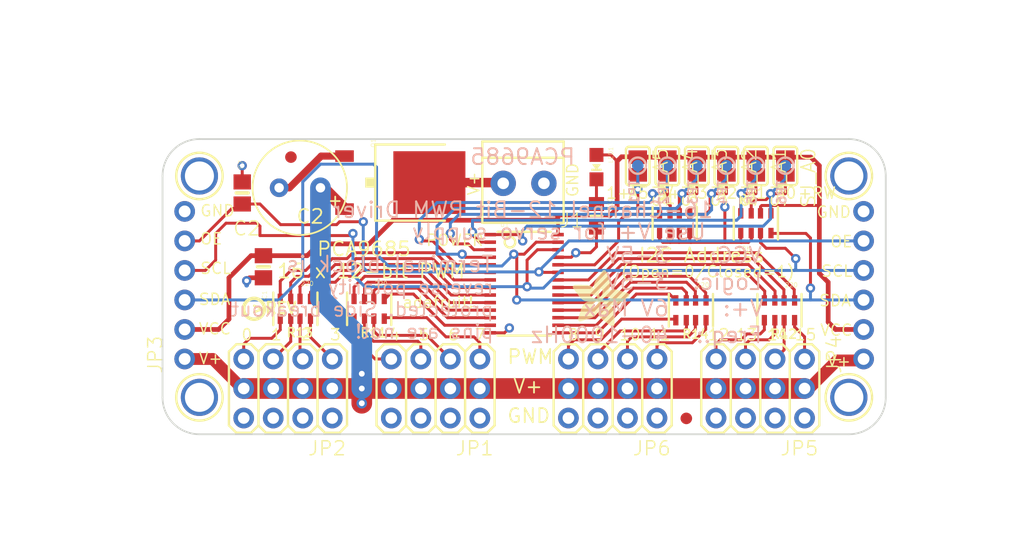
<source format=kicad_pcb>
(kicad_pcb (version 20171130) (host pcbnew "(5.0.2)-1")
  (layers (0 Top signal) (31 Bottom signal) (34 B.Paste user) (35 F.Paste user) (36 B.SilkS user) (37 F.SilkS user) (38 B.Mask user) (39 F.Mask user) (44 Edge.Cuts user))
  (net 0 "")
  (net 1 5.0V)
  (net 2 GND)
  (net 3 VCC)
  (net 4 /PWM11)
  (net 5 /PWM10)
  (net 6 /PWM9)
  (net 7 /PWM8)
  (net 8 /PWM7)
  (net 9 /PWM6)
  (net 10 /PWM5)
  (net 11 /PWM12)
  (net 12 /PWM13)
  (net 13 /PWM4)
  (net 14 /PWM3)
  (net 15 /SDA)
  (net 16 /SCL)
  (net 17 /A5)
  (net 18 /OE)
  (net 19 /PWM15)
  (net 20 /PWM14)
  (net 21 /PWM2)
  (net 22 /PWM1)
  (net 23 /PWM0)
  (net 24 /A4)
  (net 25 /A3)
  (net 26 /A2)
  (net 27 /A1)
  (net 28 /A0)
  (net 29 "Net-(J1-Pad1)")
  (net 30 "Net-(LED1-PadC)")
  (net 31 "Net-(JP1-Pad10)")
  (net 32 "Net-(JP1-Pad7)")
  (net 33 "Net-(JP1-Pad4)")
  (net 34 "Net-(JP1-Pad1)")
  (net 35 "Net-(JP2-Pad10)")
  (net 36 "Net-(JP2-Pad7)")
  (net 37 "Net-(JP2-Pad4)")
  (net 38 "Net-(JP2-Pad1)")
  (net 39 "Net-(JP5-Pad10)")
  (net 40 "Net-(JP5-Pad7)")
  (net 41 "Net-(JP5-Pad4)")
  (net 42 "Net-(JP5-Pad1)")
  (net 43 "Net-(JP6-Pad10)")
  (net 44 "Net-(JP6-Pad7)")
  (net 45 "Net-(JP6-Pad4)")
  (net 46 "Net-(JP6-Pad1)")
  (module "Adafruit PCA9685 rev C:TSSOP28" (layer Top) (at 148.5011 104.7496 270)
    (fp_text reference U1 (at -4.8456 2.0828) (layer F.SilkS) (effects (font (size 0.38608 0.38608) (thickness 0.030886)) (justify left bottom)))
    (fp_text value PCA9685)
    (pad 18 smd rect (at 2.275 -2.9178 270) (size 0.3048 0.9906) (layers Top F.Paste F.Mask) (net 4 /PWM11))
    (pad 17 smd rect (at 2.925 -2.9178 270) (size 0.3048 0.9906) (layers Top F.Paste F.Mask) (net 5 /PWM10))
    (pad 16 smd rect (at 3.575 -2.9178 270) (size 0.3048 0.9906) (layers Top F.Paste F.Mask) (net 6 /PWM9))
    (pad 15 smd rect (at 4.225 -2.9178 270) (size 0.3048 0.9906) (layers Top F.Paste F.Mask) (net 7 /PWM8))
    (pad 14 smd rect (at 4.225 2.9178 270) (size 0.3048 0.9906) (layers Top F.Paste F.Mask) (net 2 GND))
    (pad 13 smd rect (at 3.575 2.9178 270) (size 0.3048 0.9906) (layers Top F.Paste F.Mask) (net 8 /PWM7))
    (pad 12 smd rect (at 2.925 2.9178 270) (size 0.3048 0.9906) (layers Top F.Paste F.Mask) (net 9 /PWM6))
    (pad 11 smd rect (at 2.275 2.9178 270) (size 0.3048 0.9906) (layers Top F.Paste F.Mask) (net 10 /PWM5))
    (pad 19 smd rect (at 1.625 -2.9178 270) (size 0.3048 0.9906) (layers Top F.Paste F.Mask) (net 11 /PWM12))
    (pad 20 smd rect (at 0.975 -2.9178 270) (size 0.3048 0.9906) (layers Top F.Paste F.Mask) (net 12 /PWM13))
    (pad 10 smd rect (at 1.625 2.9178 270) (size 0.3048 0.9906) (layers Top F.Paste F.Mask) (net 13 /PWM4))
    (pad 9 smd rect (at 0.975 2.9178 270) (size 0.3048 0.9906) (layers Top F.Paste F.Mask) (net 14 /PWM3))
    (pad 28 smd rect (at -4.225 -2.9178 270) (size 0.3048 0.9906) (layers Top F.Paste F.Mask) (net 3 VCC))
    (pad 27 smd rect (at -3.575 -2.9178 270) (size 0.3048 0.9906) (layers Top F.Paste F.Mask) (net 15 /SDA))
    (pad 26 smd rect (at -2.925 -2.9178 270) (size 0.3048 0.9906) (layers Top F.Paste F.Mask) (net 16 /SCL))
    (pad 25 smd rect (at -2.275 -2.9178 270) (size 0.3048 0.9906) (layers Top F.Paste F.Mask) (net 2 GND))
    (pad 24 smd rect (at -1.625 -2.9178 270) (size 0.3048 0.9906) (layers Top F.Paste F.Mask) (net 17 /A5))
    (pad 23 smd rect (at -0.975 -2.9178 270) (size 0.3048 0.9906) (layers Top F.Paste F.Mask) (net 18 /OE))
    (pad 22 smd rect (at -0.325 -2.9178 270) (size 0.3048 0.9906) (layers Top F.Paste F.Mask) (net 19 /PWM15))
    (pad 21 smd rect (at 0.325 -2.9178 270) (size 0.3048 0.9906) (layers Top F.Paste F.Mask) (net 20 /PWM14))
    (pad 8 smd rect (at 0.325 2.9178 270) (size 0.3048 0.9906) (layers Top F.Paste F.Mask) (net 21 /PWM2))
    (pad 7 smd rect (at -0.325 2.9178 270) (size 0.3048 0.9906) (layers Top F.Paste F.Mask) (net 22 /PWM1))
    (pad 6 smd rect (at -0.975 2.9178 270) (size 0.3048 0.9906) (layers Top F.Paste F.Mask) (net 23 /PWM0))
    (pad 5 smd rect (at -1.625 2.9178 270) (size 0.3048 0.9906) (layers Top F.Paste F.Mask) (net 24 /A4))
    (pad 4 smd rect (at -2.275 2.9178 270) (size 0.3048 0.9906) (layers Top F.Paste F.Mask) (net 25 /A3))
    (pad 3 smd rect (at -2.925 2.9178 270) (size 0.3048 0.9906) (layers Top F.Paste F.Mask) (net 26 /A2))
    (pad 2 smd rect (at -3.575 2.9178 270) (size 0.3048 0.9906) (layers Top F.Paste F.Mask) (net 27 /A1))
    (pad 1 smd rect (at -4.225 2.9178 270) (size 0.3048 0.9906) (layers Top F.Paste F.Mask) (net 28 /A0))
  )
  (module "Adafruit PCA9685 rev C:SOLDERJUMPER_REFLOW_NOPASTE" (layer Top) (at 170.9801 94.6216 270)
    (fp_text reference SJ_A0 (at -1.651 -1.27 90) (layer F.SilkS) (effects (font (size 1.2065 1.2065) (thickness 0.12065)) (justify right top)))
    (fp_text value SOLDERJUMPERREFLOW_NOPASTE)
    (pad 2 smd rect (at 0.762 0 270) (size 1.1684 1.6002) (layers Top F.Mask) (net 28 /A0))
    (pad 1 smd rect (at -0.762 0 270) (size 1.1684 1.6002) (layers Top F.Mask) (net 3 VCC))
  )
  (module "Adafruit PCA9685 rev C:SOLDERJUMPER_REFLOW_NOPASTE" (layer Top) (at 168.4401 94.6216 270)
    (fp_text reference SJ_A1 (at -1.651 -1.27 90) (layer F.SilkS) (effects (font (size 1.2065 1.2065) (thickness 0.12065)) (justify right top)))
    (fp_text value SOLDERJUMPERREFLOW_NOPASTE)
    (pad 2 smd rect (at 0.762 0 270) (size 1.1684 1.6002) (layers Top F.Mask) (net 27 /A1))
    (pad 1 smd rect (at -0.762 0 270) (size 1.1684 1.6002) (layers Top F.Mask) (net 3 VCC))
  )
  (module "Adafruit PCA9685 rev C:SOLDERJUMPER_REFLOW_NOPASTE" (layer Top) (at 165.9001 94.6216 270)
    (fp_text reference SJ_A2 (at -1.651 -1.27 90) (layer F.SilkS) (effects (font (size 1.2065 1.2065) (thickness 0.12065)) (justify right top)))
    (fp_text value SOLDERJUMPERREFLOW_NOPASTE)
    (pad 2 smd rect (at 0.762 0 270) (size 1.1684 1.6002) (layers Top F.Mask) (net 26 /A2))
    (pad 1 smd rect (at -0.762 0 270) (size 1.1684 1.6002) (layers Top F.Mask) (net 3 VCC))
  )
  (module "Adafruit PCA9685 rev C:SOLDERJUMPER_REFLOW_NOPASTE" (layer Top) (at 163.3601 94.6216 270)
    (fp_text reference SJ_A3 (at -1.651 -1.27 90) (layer F.SilkS) (effects (font (size 1.2065 1.2065) (thickness 0.12065)) (justify right top)))
    (fp_text value SOLDERJUMPERREFLOW_NOPASTE)
    (pad 2 smd rect (at 0.762 0 270) (size 1.1684 1.6002) (layers Top F.Mask) (net 25 /A3))
    (pad 1 smd rect (at -0.762 0 270) (size 1.1684 1.6002) (layers Top F.Mask) (net 3 VCC))
  )
  (module "Adafruit PCA9685 rev C:SOLDERJUMPER_REFLOW_NOPASTE" (layer Top) (at 160.8201 94.6216 270)
    (fp_text reference SJ_A4 (at -1.651 -1.27 90) (layer F.SilkS) (effects (font (size 1.2065 1.2065) (thickness 0.12065)) (justify right top)))
    (fp_text value SOLDERJUMPERREFLOW_NOPASTE)
    (pad 2 smd rect (at 0.762 0 270) (size 1.1684 1.6002) (layers Top F.Mask) (net 24 /A4))
    (pad 1 smd rect (at -0.762 0 270) (size 1.1684 1.6002) (layers Top F.Mask) (net 3 VCC))
  )
  (module "Adafruit PCA9685 rev C:SOLDERJUMPER_REFLOW_NOPASTE" (layer Top) (at 158.2801 94.6216 270)
    (fp_text reference SJ_A5 (at -1.651 -1.27 90) (layer F.SilkS) (effects (font (size 1.2065 1.2065) (thickness 0.12065)) (justify right top)))
    (fp_text value SOLDERJUMPERREFLOW_NOPASTE)
    (pad 2 smd rect (at 0.762 0 270) (size 1.1684 1.6002) (layers Top F.Mask) (net 17 /A5))
    (pad 1 smd rect (at -0.762 0 270) (size 1.1684 1.6002) (layers Top F.Mask) (net 3 VCC))
  )
  (module "Adafruit PCA9685 rev C:0805-NO" (layer Top) (at 126.0696 103.2891 270)
    (fp_text reference C1 (at 2.032 0.127 90) (layer F.SilkS) (effects (font (size 0.38608 0.38608) (thickness 0.030886)) (justify right top)))
    (fp_text value 10uF)
    (pad 2 smd rect (at 0.95 0 270) (size 1.3 1.5) (layers Top F.Paste F.Mask) (net 2 GND))
    (pad 1 smd rect (at -0.95 0 270) (size 1.3 1.5) (layers Top F.Paste F.Mask) (net 3 VCC))
  )
  (module "Adafruit PCA9685 rev C:0805-NO" (layer Top) (at 124.2441 96.9391 90)
    (fp_text reference R7 (at 2.032 0.127 90) (layer F.SilkS) (effects (font (size 0.38608 0.38608) (thickness 0.030886)) (justify left bottom)))
    (fp_text value 10K)
    (pad 2 smd rect (at 0.95 0 90) (size 1.3 1.5) (layers Top F.Paste F.Mask) (net 2 GND))
    (pad 1 smd rect (at -0.95 0 90) (size 1.3 1.5) (layers Top F.Paste F.Mask) (net 18 /OE))
  )
  (module "Adafruit PCA9685 rev C:TERMBLOCK_1X2-3.5MM" (layer Top) (at 148.5011 96.1136 180)
    (fp_text reference J1 (at -3 -3.89) (layer F.SilkS) (effects (font (size 1.2065 1.2065) (thickness 0.09652)) (justify left bottom)))
    (fp_text value TERMBLOCK_1X2 hide)
    (pad 2 thru_hole circle (at -1.7 0 180) (size 2.1844 2.1844) (drill 1) (layers *.Cu *.Mask) (net 2 GND))
    (pad 1 thru_hole circle (at 1.8 0 180) (size 2.1844 2.1844) (drill 1) (layers *.Cu *.Mask) (net 29 "Net-(J1-Pad1)"))
  )
  (module "Adafruit PCA9685 rev C:MOUNTINGHOLE_2.5_PLATED" (layer Top) (at 120.5611 95.4786)
    (fp_text reference U$47 hide)
    (fp_text value MOUNTINGHOLE2.5 hide)
    (pad P$1 thru_hole circle (at 0 0) (size 3.2 3.2) (drill 2.5) (layers *.Cu *.Mask))
  )
  (module "Adafruit PCA9685 rev C:MOUNTINGHOLE_2.5_PLATED" (layer Top) (at 120.5611 114.5286)
    (fp_text reference U$48 hide)
    (fp_text value MOUNTINGHOLE2.5 hide)
    (pad P$1 thru_hole circle (at 0 0) (size 3.2 3.2) (drill 2.5) (layers *.Cu *.Mask))
  )
  (module "Adafruit PCA9685 rev C:MOUNTINGHOLE_2.5_PLATED" (layer Top) (at 176.4411 95.4786)
    (fp_text reference U$49 hide)
    (fp_text value MOUNTINGHOLE2.5 hide)
    (pad P$1 thru_hole circle (at 0 0) (size 3.2 3.2) (drill 2.5) (layers *.Cu *.Mask))
  )
  (module "Adafruit PCA9685 rev C:MOUNTINGHOLE_2.5_PLATED" (layer Top) (at 176.4411 114.5286)
    (fp_text reference U$50 hide)
    (fp_text value MOUNTINGHOLE2.5 hide)
    (pad P$1 thru_hole circle (at 0 0) (size 3.2 3.2) (drill 2.5) (layers *.Cu *.Mask))
  )
  (module "Adafruit PCA9685 rev C:FIDUCIAL_1MM" (layer Top) (at 162.4561 116.3386)
    (fp_text reference FID1 hide)
    (fp_text value FIDUCIAL"" hide)
    (pad 1 smd roundrect (at 0 0) (size 1 1) (layers Top F.Mask) (roundrect_rratio 0.5))
  )
  (module "Adafruit PCA9685 rev C:FIDUCIAL_1MM" (layer Top) (at 128.4341 93.8546)
    (fp_text reference FID2 hide)
    (fp_text value FIDUCIAL"" hide)
    (pad 1 smd roundrect (at 0 0) (size 1 1) (layers Top F.Mask) (roundrect_rratio 0.5))
  )
  (module "Adafruit PCA9685 rev C:TO252" (layer Top) (at 137.8461 96.0486 270)
    (fp_text reference Q1 (at -3.81 2.54 90) (layer F.SilkS) (effects (font (size 0.38608 0.38608) (thickness 0.030886)) (justify right top)))
    (fp_text value AOD417)
    (pad 2 smd rect (at 2.28 4.8 270) (size 1 1.6) (layers Top F.Paste F.Mask) (net 1 5.0V))
    (pad 1 smd rect (at -2.28 4.8 270) (size 1 1.6) (layers Top F.Paste F.Mask) (net 2 GND))
    (pad 3 smd rect (at 0 -2.5 270) (size 5.4 6.2) (layers Top F.Paste F.Mask) (net 29 "Net-(J1-Pad1)"))
  )
  (module "Adafruit PCA9685 rev C:CHIPLED_0805_NOOUTLINE" (layer Top) (at 154.7241 94.7166 180)
    (fp_text reference LED1 (at -1.016 1.778 90) (layer F.SilkS) (effects (font (size 0.38608 0.38608) (thickness 0.030886)) (justify right top)))
    (fp_text value GREEN)
    (pad A smd rect (at 0 1.05 180) (size 1.2 1.2) (layers Top F.Paste F.Mask) (net 3 VCC))
    (pad C smd rect (at 0 -1.05 180) (size 1.2 1.2) (layers Top F.Paste F.Mask) (net 30 "Net-(LED1-PadC)"))
  )
  (module "Adafruit PCA9685 rev C:_0805MP" (layer Top) (at 154.7241 98.9076 270)
    (fp_text reference R10 (at -1.5875 -0.9525 90) (layer F.SilkS) (effects (font (size 0.38608 0.38608) (thickness 0.030886)) (justify right top)))
    (fp_text value 470)
    (pad 2 smd rect (at 1.016 0 270) (size 1.2 1.3) (layers Top F.Paste F.Mask) (net 2 GND))
    (pad 1 smd rect (at -1.016 0 270) (size 1.2 1.3) (layers Top F.Paste F.Mask) (net 30 "Net-(LED1-PadC)"))
  )
  (module "Adafruit PCA9685 rev C:E3,5-8" (layer Top) (at 129.1971 96.4946 180)
    (fp_text reference C2 (at 3.302 -2.794) (layer F.SilkS) (effects (font (size 1.2065 1.2065) (thickness 0.12065)) (justify right top)))
    (fp_text value CPOL-USE3.5-8)
    (pad + thru_hole circle (at -1.778 0 180) (size 1.6002 1.6002) (drill 0.8128) (layers *.Cu *.Mask) (net 1 5.0V))
    (pad - thru_hole circle (at 1.778 0 180) (size 1.6002 1.6002) (drill 0.8128) (layers *.Cu *.Mask) (net 2 GND))
  )
  (module "Adafruit PCA9685 rev C:ADAFRUIT_5MM" (layer Top) (at 152.6921 108.4326)
    (fp_text reference U$51 hide)
    (fp_text value "" hide)
  )
  (module "Adafruit PCA9685 rev C:1X06-CLEANBIG" (layer Top) (at 119.2911 104.8766 90)
    (fp_text reference JP3 (at -7.6962 -1.8288 90) (layer F.SilkS) (effects (font (size 1.2065 1.2065) (thickness 0.12065)) (justify left bottom)))
    (fp_text value PINHD-1X6CB)
    (pad 6 thru_hole circle (at 6.35 0 180) (size 1.778 1.778) (drill 1.016) (layers *.Cu *.Mask) (net 2 GND))
    (pad 5 thru_hole circle (at 3.81 0 180) (size 1.778 1.778) (drill 1.016) (layers *.Cu *.Mask) (net 18 /OE))
    (pad 4 thru_hole circle (at 1.27 0 180) (size 1.778 1.778) (drill 1.016) (layers *.Cu *.Mask) (net 16 /SCL))
    (pad 3 thru_hole circle (at -1.27 0 180) (size 1.778 1.778) (drill 1.016) (layers *.Cu *.Mask) (net 15 /SDA))
    (pad 2 thru_hole circle (at -3.81 0 180) (size 1.778 1.778) (drill 1.016) (layers *.Cu *.Mask) (net 3 VCC))
    (pad 1 thru_hole circle (at -6.35 0 180) (size 1.778 1.778) (drill 1.016) (layers *.Cu *.Mask) (net 1 5.0V))
  )
  (module "Adafruit PCA9685 rev C:1X06-CLEANBIG" (layer Top) (at 177.7111 104.8766 90)
    (fp_text reference JP4 (at -7.6962 -1.8288 90) (layer F.SilkS) (effects (font (size 1.2065 1.2065) (thickness 0.12065)) (justify left bottom)))
    (fp_text value PINHD-1X6CB)
    (pad 6 thru_hole circle (at 6.35 0 180) (size 1.778 1.778) (drill 1.016) (layers *.Cu *.Mask) (net 2 GND))
    (pad 5 thru_hole circle (at 3.81 0 180) (size 1.778 1.778) (drill 1.016) (layers *.Cu *.Mask) (net 18 /OE))
    (pad 4 thru_hole circle (at 1.27 0 180) (size 1.778 1.778) (drill 1.016) (layers *.Cu *.Mask) (net 16 /SCL))
    (pad 3 thru_hole circle (at -1.27 0 180) (size 1.778 1.778) (drill 1.016) (layers *.Cu *.Mask) (net 15 /SDA))
    (pad 2 thru_hole circle (at -3.81 0 180) (size 1.778 1.778) (drill 1.016) (layers *.Cu *.Mask) (net 3 VCC))
    (pad 1 thru_hole circle (at -6.35 0 180) (size 1.778 1.778) (drill 1.016) (layers *.Cu *.Mask) (net 1 5.0V))
  )
  (module "Adafruit PCA9685 rev C:3X04" (layer Top) (at 140.8811 113.7666 180)
    (fp_text reference JP1 (at -5.08 -4.445) (layer F.SilkS) (effects (font (size 1.2065 1.2065) (thickness 0.12065)) (justify right top)))
    (fp_text value HEADER-3X04)
    (pad 12 thru_hole circle (at 3.81 -2.54 180) (size 1.778 1.778) (drill 1) (layers *.Cu *.Mask) (net 2 GND))
    (pad 9 thru_hole circle (at 1.27 -2.54 180) (size 1.778 1.778) (drill 1) (layers *.Cu *.Mask) (net 2 GND))
    (pad 6 thru_hole circle (at -1.27 -2.54 180) (size 1.778 1.778) (drill 1) (layers *.Cu *.Mask) (net 2 GND))
    (pad 3 thru_hole circle (at -3.81 -2.54 180) (size 1.778 1.778) (drill 1) (layers *.Cu *.Mask) (net 2 GND))
    (pad 11 thru_hole circle (at 3.81 0 180) (size 1.778 1.778) (drill 1) (layers *.Cu *.Mask) (net 1 5.0V))
    (pad 10 thru_hole circle (at 3.81 2.54 180) (size 1.778 1.778) (drill 1) (layers *.Cu *.Mask) (net 31 "Net-(JP1-Pad10)"))
    (pad 8 thru_hole circle (at 1.27 0 180) (size 1.778 1.778) (drill 1) (layers *.Cu *.Mask) (net 1 5.0V))
    (pad 7 thru_hole circle (at 1.27 2.54 180) (size 1.778 1.778) (drill 1) (layers *.Cu *.Mask) (net 32 "Net-(JP1-Pad7)"))
    (pad 5 thru_hole circle (at -1.27 0 180) (size 1.778 1.778) (drill 1) (layers *.Cu *.Mask) (net 1 5.0V))
    (pad 4 thru_hole circle (at -1.27 2.54 180) (size 1.778 1.778) (drill 1) (layers *.Cu *.Mask) (net 33 "Net-(JP1-Pad4)"))
    (pad 2 thru_hole circle (at -3.81 0 180) (size 1.778 1.778) (drill 1) (layers *.Cu *.Mask) (net 1 5.0V))
    (pad 1 thru_hole circle (at -3.81 2.54 180) (size 1.778 1.778) (drill 1) (layers *.Cu *.Mask) (net 34 "Net-(JP1-Pad1)"))
  )
  (module "Adafruit PCA9685 rev C:3X04" (layer Top) (at 128.1811 113.7666 180)
    (fp_text reference JP2 (at -5.08 -4.445) (layer F.SilkS) (effects (font (size 1.2065 1.2065) (thickness 0.12065)) (justify right top)))
    (fp_text value HEADER-3X04)
    (pad 12 thru_hole circle (at 3.81 -2.54 180) (size 1.778 1.778) (drill 1) (layers *.Cu *.Mask) (net 2 GND))
    (pad 9 thru_hole circle (at 1.27 -2.54 180) (size 1.778 1.778) (drill 1) (layers *.Cu *.Mask) (net 2 GND))
    (pad 6 thru_hole circle (at -1.27 -2.54 180) (size 1.778 1.778) (drill 1) (layers *.Cu *.Mask) (net 2 GND))
    (pad 3 thru_hole circle (at -3.81 -2.54 180) (size 1.778 1.778) (drill 1) (layers *.Cu *.Mask) (net 2 GND))
    (pad 11 thru_hole circle (at 3.81 0 180) (size 1.778 1.778) (drill 1) (layers *.Cu *.Mask) (net 1 5.0V))
    (pad 10 thru_hole circle (at 3.81 2.54 180) (size 1.778 1.778) (drill 1) (layers *.Cu *.Mask) (net 35 "Net-(JP2-Pad10)"))
    (pad 8 thru_hole circle (at 1.27 0 180) (size 1.778 1.778) (drill 1) (layers *.Cu *.Mask) (net 1 5.0V))
    (pad 7 thru_hole circle (at 1.27 2.54 180) (size 1.778 1.778) (drill 1) (layers *.Cu *.Mask) (net 36 "Net-(JP2-Pad7)"))
    (pad 5 thru_hole circle (at -1.27 0 180) (size 1.778 1.778) (drill 1) (layers *.Cu *.Mask) (net 1 5.0V))
    (pad 4 thru_hole circle (at -1.27 2.54 180) (size 1.778 1.778) (drill 1) (layers *.Cu *.Mask) (net 37 "Net-(JP2-Pad4)"))
    (pad 2 thru_hole circle (at -3.81 0 180) (size 1.778 1.778) (drill 1) (layers *.Cu *.Mask) (net 1 5.0V))
    (pad 1 thru_hole circle (at -3.81 2.54 180) (size 1.778 1.778) (drill 1) (layers *.Cu *.Mask) (net 38 "Net-(JP2-Pad1)"))
  )
  (module "Adafruit PCA9685 rev C:3X04" (layer Top) (at 168.8211 113.7666 180)
    (fp_text reference JP5 (at -5.08 -4.445) (layer F.SilkS) (effects (font (size 1.2065 1.2065) (thickness 0.12065)) (justify right top)))
    (fp_text value HEADER-3X04)
    (pad 12 thru_hole circle (at 3.81 -2.54 180) (size 1.778 1.778) (drill 1) (layers *.Cu *.Mask) (net 2 GND))
    (pad 9 thru_hole circle (at 1.27 -2.54 180) (size 1.778 1.778) (drill 1) (layers *.Cu *.Mask) (net 2 GND))
    (pad 6 thru_hole circle (at -1.27 -2.54 180) (size 1.778 1.778) (drill 1) (layers *.Cu *.Mask) (net 2 GND))
    (pad 3 thru_hole circle (at -3.81 -2.54 180) (size 1.778 1.778) (drill 1) (layers *.Cu *.Mask) (net 2 GND))
    (pad 11 thru_hole circle (at 3.81 0 180) (size 1.778 1.778) (drill 1) (layers *.Cu *.Mask) (net 1 5.0V))
    (pad 10 thru_hole circle (at 3.81 2.54 180) (size 1.778 1.778) (drill 1) (layers *.Cu *.Mask) (net 39 "Net-(JP5-Pad10)"))
    (pad 8 thru_hole circle (at 1.27 0 180) (size 1.778 1.778) (drill 1) (layers *.Cu *.Mask) (net 1 5.0V))
    (pad 7 thru_hole circle (at 1.27 2.54 180) (size 1.778 1.778) (drill 1) (layers *.Cu *.Mask) (net 40 "Net-(JP5-Pad7)"))
    (pad 5 thru_hole circle (at -1.27 0 180) (size 1.778 1.778) (drill 1) (layers *.Cu *.Mask) (net 1 5.0V))
    (pad 4 thru_hole circle (at -1.27 2.54 180) (size 1.778 1.778) (drill 1) (layers *.Cu *.Mask) (net 41 "Net-(JP5-Pad4)"))
    (pad 2 thru_hole circle (at -3.81 0 180) (size 1.778 1.778) (drill 1) (layers *.Cu *.Mask) (net 1 5.0V))
    (pad 1 thru_hole circle (at -3.81 2.54 180) (size 1.778 1.778) (drill 1) (layers *.Cu *.Mask) (net 42 "Net-(JP5-Pad1)"))
  )
  (module "Adafruit PCA9685 rev C:3X04" (layer Top) (at 156.1211 113.7666 180)
    (fp_text reference JP6 (at -5.08 -4.445) (layer F.SilkS) (effects (font (size 1.2065 1.2065) (thickness 0.12065)) (justify right top)))
    (fp_text value HEADER-3X04)
    (pad 12 thru_hole circle (at 3.81 -2.54 180) (size 1.778 1.778) (drill 1) (layers *.Cu *.Mask) (net 2 GND))
    (pad 9 thru_hole circle (at 1.27 -2.54 180) (size 1.778 1.778) (drill 1) (layers *.Cu *.Mask) (net 2 GND))
    (pad 6 thru_hole circle (at -1.27 -2.54 180) (size 1.778 1.778) (drill 1) (layers *.Cu *.Mask) (net 2 GND))
    (pad 3 thru_hole circle (at -3.81 -2.54 180) (size 1.778 1.778) (drill 1) (layers *.Cu *.Mask) (net 2 GND))
    (pad 11 thru_hole circle (at 3.81 0 180) (size 1.778 1.778) (drill 1) (layers *.Cu *.Mask) (net 1 5.0V))
    (pad 10 thru_hole circle (at 3.81 2.54 180) (size 1.778 1.778) (drill 1) (layers *.Cu *.Mask) (net 43 "Net-(JP6-Pad10)"))
    (pad 8 thru_hole circle (at 1.27 0 180) (size 1.778 1.778) (drill 1) (layers *.Cu *.Mask) (net 1 5.0V))
    (pad 7 thru_hole circle (at 1.27 2.54 180) (size 1.778 1.778) (drill 1) (layers *.Cu *.Mask) (net 44 "Net-(JP6-Pad7)"))
    (pad 5 thru_hole circle (at -1.27 0 180) (size 1.778 1.778) (drill 1) (layers *.Cu *.Mask) (net 1 5.0V))
    (pad 4 thru_hole circle (at -1.27 2.54 180) (size 1.778 1.778) (drill 1) (layers *.Cu *.Mask) (net 45 "Net-(JP6-Pad4)"))
    (pad 2 thru_hole circle (at -3.81 0 180) (size 1.778 1.778) (drill 1) (layers *.Cu *.Mask) (net 1 5.0V))
    (pad 1 thru_hole circle (at -3.81 2.54 180) (size 1.778 1.778) (drill 1) (layers *.Cu *.Mask) (net 46 "Net-(JP6-Pad1)"))
  )
  (module "Adafruit PCA9685 rev C:RESPACK_4X0603" (layer Top) (at 135.1661 106.9086 180)
    (fp_text reference R11 (at -1.6 -1.6 180) (layer F.SilkS) (effects (font (size 0.77216 0.77216) (thickness 0.146304)) (justify right top)))
    (fp_text value 220 (at -1.6 2.4 180) (layer F.SilkS) (effects (font (size 0.38608 0.38608) (thickness 0.04064)) (justify right top)))
    (pad 3 smd rect (at 0.4 0.85 180) (size 0.45 0.9) (layers Top F.Paste F.Mask) (net 10 /PWM5))
    (pad 2 smd rect (at -0.4 0.85 180) (size 0.45 0.9) (layers Top F.Paste F.Mask) (net 9 /PWM6))
    (pad 4 smd rect (at 1.3 0.85 180) (size 0.45 0.9) (layers Top F.Paste F.Mask) (net 13 /PWM4))
    (pad 5 smd rect (at 1.3 -0.85 180) (size 0.45 0.9) (layers Top F.Paste F.Mask) (net 31 "Net-(JP1-Pad10)"))
    (pad 6 smd rect (at 0.4 -0.85 180) (size 0.45 0.9) (layers Top F.Paste F.Mask) (net 32 "Net-(JP1-Pad7)"))
    (pad 7 smd rect (at -0.4 -0.85 180) (size 0.45 0.9) (layers Top F.Paste F.Mask) (net 33 "Net-(JP1-Pad4)"))
    (pad 1 smd rect (at -1.3 0.85 180) (size 0.45 0.9) (layers Top F.Paste F.Mask) (net 8 /PWM7))
    (pad 8 smd rect (at -1.3 -0.85 180) (size 0.45 0.9) (layers Top F.Paste F.Mask) (net 34 "Net-(JP1-Pad1)"))
  )
  (module "Adafruit PCA9685 rev C:RESPACK_4X0603" (layer Top) (at 170.4721 107.0356 180)
    (fp_text reference R12 (at -1.6 -1.6 180) (layer F.SilkS) (effects (font (size 0.77216 0.77216) (thickness 0.146304)) (justify right top)))
    (fp_text value 220 (at -1.6 2.4 180) (layer F.SilkS) (effects (font (size 0.38608 0.38608) (thickness 0.04064)) (justify right top)))
    (pad 3 smd rect (at 0.4 0.85 180) (size 0.45 0.9) (layers Top F.Paste F.Mask) (net 12 /PWM13))
    (pad 2 smd rect (at -0.4 0.85 180) (size 0.45 0.9) (layers Top F.Paste F.Mask) (net 20 /PWM14))
    (pad 4 smd rect (at 1.3 0.85 180) (size 0.45 0.9) (layers Top F.Paste F.Mask) (net 11 /PWM12))
    (pad 5 smd rect (at 1.3 -0.85 180) (size 0.45 0.9) (layers Top F.Paste F.Mask) (net 39 "Net-(JP5-Pad10)"))
    (pad 6 smd rect (at 0.4 -0.85 180) (size 0.45 0.9) (layers Top F.Paste F.Mask) (net 40 "Net-(JP5-Pad7)"))
    (pad 7 smd rect (at -0.4 -0.85 180) (size 0.45 0.9) (layers Top F.Paste F.Mask) (net 41 "Net-(JP5-Pad4)"))
    (pad 1 smd rect (at -1.3 0.85 180) (size 0.45 0.9) (layers Top F.Paste F.Mask) (net 19 /PWM15))
    (pad 8 smd rect (at -1.3 -0.85 180) (size 0.45 0.9) (layers Top F.Paste F.Mask) (net 42 "Net-(JP5-Pad1)"))
  )
  (module "Adafruit PCA9685 rev C:RESPACK_4X0603" (layer Top) (at 128.8161 106.9086 180)
    (fp_text reference R13 (at -1.6 -1.6 180) (layer F.SilkS) (effects (font (size 0.77216 0.77216) (thickness 0.146304)) (justify right top)))
    (fp_text value 220 (at -1.6 2.4 180) (layer F.SilkS) (effects (font (size 0.38608 0.38608) (thickness 0.04064)) (justify right top)))
    (pad 3 smd rect (at 0.4 0.85 180) (size 0.45 0.9) (layers Top F.Paste F.Mask) (net 22 /PWM1))
    (pad 2 smd rect (at -0.4 0.85 180) (size 0.45 0.9) (layers Top F.Paste F.Mask) (net 21 /PWM2))
    (pad 4 smd rect (at 1.3 0.85 180) (size 0.45 0.9) (layers Top F.Paste F.Mask) (net 23 /PWM0))
    (pad 5 smd rect (at 1.3 -0.85 180) (size 0.45 0.9) (layers Top F.Paste F.Mask) (net 35 "Net-(JP2-Pad10)"))
    (pad 6 smd rect (at 0.4 -0.85 180) (size 0.45 0.9) (layers Top F.Paste F.Mask) (net 36 "Net-(JP2-Pad7)"))
    (pad 7 smd rect (at -0.4 -0.85 180) (size 0.45 0.9) (layers Top F.Paste F.Mask) (net 37 "Net-(JP2-Pad4)"))
    (pad 1 smd rect (at -1.3 0.85 180) (size 0.45 0.9) (layers Top F.Paste F.Mask) (net 14 /PWM3))
    (pad 8 smd rect (at -1.3 -0.85 180) (size 0.45 0.9) (layers Top F.Paste F.Mask) (net 38 "Net-(JP2-Pad1)"))
  )
  (module "Adafruit PCA9685 rev C:RESPACK_4X0603" (layer Top) (at 162.8521 107.0356 180)
    (fp_text reference R14 (at -1.6 -1.6 180) (layer F.SilkS) (effects (font (size 0.77216 0.77216) (thickness 0.146304)) (justify right top)))
    (fp_text value 220 (at -1.6 2.4 180) (layer F.SilkS) (effects (font (size 0.38608 0.38608) (thickness 0.04064)) (justify right top)))
    (pad 3 smd rect (at 0.4 0.85 180) (size 0.45 0.9) (layers Top F.Paste F.Mask) (net 6 /PWM9))
    (pad 2 smd rect (at -0.4 0.85 180) (size 0.45 0.9) (layers Top F.Paste F.Mask) (net 5 /PWM10))
    (pad 4 smd rect (at 1.3 0.85 180) (size 0.45 0.9) (layers Top F.Paste F.Mask) (net 7 /PWM8))
    (pad 5 smd rect (at 1.3 -0.85 180) (size 0.45 0.9) (layers Top F.Paste F.Mask) (net 43 "Net-(JP6-Pad10)"))
    (pad 6 smd rect (at 0.4 -0.85 180) (size 0.45 0.9) (layers Top F.Paste F.Mask) (net 44 "Net-(JP6-Pad7)"))
    (pad 7 smd rect (at -0.4 -0.85 180) (size 0.45 0.9) (layers Top F.Paste F.Mask) (net 45 "Net-(JP6-Pad4)"))
    (pad 1 smd rect (at -1.3 0.85 180) (size 0.45 0.9) (layers Top F.Paste F.Mask) (net 4 /PWM11))
    (pad 8 smd rect (at -1.3 -0.85 180) (size 0.45 0.9) (layers Top F.Paste F.Mask) (net 46 "Net-(JP6-Pad1)"))
  )
  (module "Adafruit PCA9685 rev C:RESPACK_4X0603" (layer Top) (at 161.4551 99.5426)
    (fp_text reference R1 (at -1.6 -1.6) (layer F.SilkS) (effects (font (size 0.77216 0.77216) (thickness 0.146304)) (justify left bottom)))
    (fp_text value 10K (at -1.6 2.4) (layer F.SilkS) (effects (font (size 0.38608 0.38608) (thickness 0.04064)) (justify left bottom)))
    (pad 3 smd rect (at 0.4 0.85) (size 0.45 0.9) (layers Top F.Paste F.Mask) (net 2 GND))
    (pad 2 smd rect (at -0.4 0.85) (size 0.45 0.9) (layers Top F.Paste F.Mask) (net 2 GND))
    (pad 4 smd rect (at 1.3 0.85) (size 0.45 0.9) (layers Top F.Paste F.Mask) (net 2 GND))
    (pad 5 smd rect (at 1.3 -0.85) (size 0.45 0.9) (layers Top F.Paste F.Mask) (net 26 /A2))
    (pad 6 smd rect (at 0.4 -0.85) (size 0.45 0.9) (layers Top F.Paste F.Mask) (net 25 /A3))
    (pad 7 smd rect (at -0.4 -0.85) (size 0.45 0.9) (layers Top F.Paste F.Mask) (net 24 /A4))
    (pad 1 smd rect (at -1.3 0.85) (size 0.45 0.9) (layers Top F.Paste F.Mask) (net 2 GND))
    (pad 8 smd rect (at -1.3 -0.85) (size 0.45 0.9) (layers Top F.Paste F.Mask) (net 17 /A5))
  )
  (module "Adafruit PCA9685 rev C:RESPACK_4X0603" (layer Top) (at 168.4401 99.5426)
    (fp_text reference R2 (at -1.6 -1.6) (layer F.SilkS) (effects (font (size 0.77216 0.77216) (thickness 0.146304)) (justify left bottom)))
    (fp_text value 10K (at -1.6 2.4) (layer F.SilkS) (effects (font (size 0.38608 0.38608) (thickness 0.04064)) (justify left bottom)))
    (pad 3 smd rect (at 0.4 0.85) (size 0.45 0.9) (layers Top F.Paste F.Mask) (net 16 /SCL))
    (pad 2 smd rect (at -0.4 0.85) (size 0.45 0.9) (layers Top F.Paste F.Mask) (net 2 GND))
    (pad 4 smd rect (at 1.3 0.85) (size 0.45 0.9) (layers Top F.Paste F.Mask) (net 15 /SDA))
    (pad 5 smd rect (at 1.3 -0.85) (size 0.45 0.9) (layers Top F.Paste F.Mask) (net 3 VCC))
    (pad 6 smd rect (at 0.4 -0.85) (size 0.45 0.9) (layers Top F.Paste F.Mask) (net 3 VCC))
    (pad 7 smd rect (at -0.4 -0.85) (size 0.45 0.9) (layers Top F.Paste F.Mask) (net 28 /A0))
    (pad 1 smd rect (at -1.3 0.85) (size 0.45 0.9) (layers Top F.Paste F.Mask) (net 2 GND))
    (pad 8 smd rect (at -1.3 -0.85) (size 0.45 0.9) (layers Top F.Paste F.Mask) (net 27 /A1))
  )
  (module "Adafruit PCA9685 rev C:PCBFEAT-REV-040" (layer Top) (at 125.2601 106.9086)
    (fp_text reference U$54 hide)
    (fp_text value "" hide)
    (fp_text user >REV (at -0.3556 0.508) (layer F.SilkS) (effects (font (size 0.9652 0.9652) (thickness 0.2032)) (justify left bottom)))
  )
  (module "Adafruit PCA9685 rev C:TESTPOINT_ROUND_1MM" (layer Bottom) (at 158.2801 94.5896 270)
    (fp_text reference TP1 (at 1.143 -0.127 270) (layer B.SilkS) (effects (font (size 0.77216 0.77216) (thickness 0.146304)) (justify left bottom mirror)))
    (fp_text value TESTPOINTROUND1MM)
    (pad P$1 smd roundrect (at 0 0 270) (size 1 1) (layers Bottom B.Mask) (roundrect_rratio 0.5) (net 17 /A5))
  )
  (module "Adafruit PCA9685 rev C:TESTPOINT_ROUND_1MM" (layer Bottom) (at 160.8201 94.5896 270)
    (fp_text reference TP2 (at 1.143 -0.127 270) (layer B.SilkS) (effects (font (size 0.77216 0.77216) (thickness 0.146304)) (justify left bottom mirror)))
    (fp_text value TESTPOINTROUND1MM)
    (pad P$1 smd roundrect (at 0 0 270) (size 1 1) (layers Bottom B.Mask) (roundrect_rratio 0.5) (net 24 /A4))
  )
  (module "Adafruit PCA9685 rev C:TESTPOINT_ROUND_1MM" (layer Bottom) (at 163.3601 94.5896 270)
    (fp_text reference TP3 (at 1.143 -0.127 270) (layer B.SilkS) (effects (font (size 0.77216 0.77216) (thickness 0.146304)) (justify left bottom mirror)))
    (fp_text value TESTPOINTROUND1MM)
    (pad P$1 smd roundrect (at 0 0 270) (size 1 1) (layers Bottom B.Mask) (roundrect_rratio 0.5) (net 25 /A3))
  )
  (module "Adafruit PCA9685 rev C:TESTPOINT_ROUND_1MM" (layer Bottom) (at 165.9001 94.5896 270)
    (fp_text reference TP4 (at 1.143 -0.127 270) (layer B.SilkS) (effects (font (size 0.77216 0.77216) (thickness 0.146304)) (justify left bottom mirror)))
    (fp_text value TESTPOINTROUND1MM)
    (pad P$1 smd roundrect (at 0 0 270) (size 1 1) (layers Bottom B.Mask) (roundrect_rratio 0.5) (net 26 /A2))
  )
  (module "Adafruit PCA9685 rev C:TESTPOINT_ROUND_1MM" (layer Bottom) (at 168.4401 94.5896 270)
    (fp_text reference TP5 (at 1.143 -0.127 270) (layer B.SilkS) (effects (font (size 0.77216 0.77216) (thickness 0.146304)) (justify left bottom mirror)))
    (fp_text value TESTPOINTROUND1MM)
    (pad P$1 smd roundrect (at 0 0 270) (size 1 1) (layers Bottom B.Mask) (roundrect_rratio 0.5) (net 27 /A1))
  )
  (module "Adafruit PCA9685 rev C:TESTPOINT_ROUND_1MM" (layer Bottom) (at 170.9801 94.5896 270)
    (fp_text reference TP6 (at 1.143 -0.127 270) (layer B.SilkS) (effects (font (size 0.77216 0.77216) (thickness 0.146304)) (justify left bottom mirror)))
    (fp_text value TESTPOINTROUND1MM)
    (pad P$1 smd roundrect (at 0 0 270) (size 1 1) (layers Bottom B.Mask) (roundrect_rratio 0.5) (net 28 /A0))
  )
  (gr_arc (start 120.5611 114.5286) (end 120.5611 117.7036) (angle 90) (layer Edge.Cuts) (width 0.15))
  (gr_line (start 117.3861 114.5286) (end 117.3861 95.4786) (layer Edge.Cuts) (width 0.15))
  (gr_arc (start 120.5611 95.4786) (end 117.3861 95.4786) (angle 90) (layer Edge.Cuts) (width 0.15))
  (gr_line (start 120.5611 92.3036) (end 176.4411 92.3036) (layer Edge.Cuts) (width 0.15))
  (gr_arc (start 176.4411 95.4786) (end 176.4411 92.3036) (angle 90) (layer Edge.Cuts) (width 0.15))
  (gr_line (start 179.6161 95.4786) (end 179.6161 114.5286) (layer Edge.Cuts) (width 0.15))
  (gr_arc (start 176.4411 114.5286) (end 179.6161 114.5286) (angle 90) (layer Edge.Cuts) (width 0.15))
  (gr_line (start 176.4411 117.7036) (end 120.5611 117.7036) (layer Edge.Cuts) (width 0.15))
  (gr_text A0 (at 170.0911 97.5106) (layer F.SilkS) (effects (font (size 0.9652 0.9652) (thickness 0.12192)) (justify left bottom)))
  (gr_text A1 (at 167.5511 97.5106) (layer F.SilkS) (effects (font (size 0.9652 0.9652) (thickness 0.12192)) (justify left bottom)))
  (gr_text A2 (at 165.0111 97.5106) (layer F.SilkS) (effects (font (size 0.9652 0.9652) (thickness 0.12192)) (justify left bottom)))
  (gr_text A3 (at 162.4711 97.5106) (layer F.SilkS) (effects (font (size 0.9652 0.9652) (thickness 0.12192)) (justify left bottom)))
  (gr_text A4 (at 159.9311 97.5106) (layer F.SilkS) (effects (font (size 0.9652 0.9652) (thickness 0.12192)) (justify left bottom)))
  (gr_text A5 (at 157.3911 97.5106) (layer F.SilkS) (effects (font (size 0.9652 0.9652) (thickness 0.12192)) (justify left bottom)))
  (gr_text V+ (at 147.4691 114.2746) (layer F.SilkS) (effects (font (size 1.2065 1.2065) (thickness 0.1524)) (justify left bottom)))
  (gr_text GND (at 146.9611 116.8146) (layer F.SilkS) (effects (font (size 1.2065 1.2065) (thickness 0.1524)) (justify left bottom)))
  (gr_text 8 (at 152.1681 109.7026) (layer F.SilkS) (effects (font (size 0.9652 0.9652) (thickness 0.12192)) (justify left bottom)))
  (gr_text 9 (at 154.4541 109.7026) (layer F.SilkS) (effects (font (size 0.9652 0.9652) (thickness 0.12192)) (justify left bottom)))
  (gr_text 10 (at 156.6131 109.7026) (layer F.SilkS) (effects (font (size 0.9652 0.9652) (thickness 0.12192)) (justify left bottom)))
  (gr_text 11 (at 159.1531 109.7026) (layer F.SilkS) (effects (font (size 0.9652 0.9652) (thickness 0.12192)) (justify left bottom)))
  (gr_text 12 (at 164.2331 109.7026) (layer F.SilkS) (effects (font (size 0.9652 0.9652) (thickness 0.12192)) (justify left bottom)))
  (gr_text 13 (at 166.6461 109.7026) (layer F.SilkS) (effects (font (size 0.9652 0.9652) (thickness 0.12192)) (justify left bottom)))
  (gr_text 14 (at 169.3131 109.7026) (layer F.SilkS) (effects (font (size 0.9652 0.9652) (thickness 0.12192)) (justify left bottom)))
  (gr_text 15 (at 171.7261 109.7026) (layer F.SilkS) (effects (font (size 0.9652 0.9652) (thickness 0.12192)) (justify left bottom)))
  (gr_text 0 (at 124.1011 109.7026) (layer F.SilkS) (effects (font (size 0.9652 0.9652) (thickness 0.12192)) (justify left bottom)))
  (gr_text 1 (at 126.6411 109.7026) (layer F.SilkS) (effects (font (size 0.9652 0.9652) (thickness 0.12192)) (justify left bottom)))
  (gr_text 2 (at 129.1811 109.7026) (layer F.SilkS) (effects (font (size 0.9652 0.9652) (thickness 0.12192)) (justify left bottom)))
  (gr_text 3 (at 131.7211 109.7026) (layer F.SilkS) (effects (font (size 0.9652 0.9652) (thickness 0.12192)) (justify left bottom)))
  (gr_text 4 (at 136.8011 109.7026) (layer F.SilkS) (effects (font (size 0.9652 0.9652) (thickness 0.12192)) (justify left bottom)))
  (gr_text 5 (at 139.3411 109.7026) (layer F.SilkS) (effects (font (size 0.9652 0.9652) (thickness 0.12192)) (justify left bottom)))
  (gr_text 6 (at 141.8811 109.7026) (layer F.SilkS) (effects (font (size 0.9652 0.9652) (thickness 0.12192)) (justify left bottom)))
  (gr_text 7 (at 144.1671 109.7026) (layer F.SilkS) (effects (font (size 0.9652 0.9652) (thickness 0.12192)) (justify left bottom)))
  (gr_text PWM (at 146.9611 111.7346) (layer F.SilkS) (effects (font (size 1.2065 1.2065) (thickness 0.1524)) (justify left bottom)))
  (gr_text GND (at 153.2341 97.3756 90) (layer F.SilkS) (effects (font (size 0.9652 0.9652) (thickness 0.12192)) (justify left bottom)))
  (gr_text V+ (at 144.7251 97.2166 90) (layer F.SilkS) (effects (font (size 0.9652 0.9652) (thickness 0.12192)) (justify left bottom)))
  (gr_text GND (at 120.5611 99.0346) (layer F.SilkS) (effects (font (size 0.9652 0.9652) (thickness 0.12192)) (justify left bottom)))
  (gr_text OE (at 120.5611 101.4476) (layer F.SilkS) (effects (font (size 0.9652 0.9652) (thickness 0.12192)) (justify left bottom)))
  (gr_text SCL (at 120.5611 103.9876) (layer F.SilkS) (effects (font (size 0.9652 0.9652) (thickness 0.12192)) (justify left bottom)))
  (gr_text SDA (at 120.4341 106.6546) (layer F.SilkS) (effects (font (size 0.9652 0.9652) (thickness 0.12192)) (justify left bottom)))
  (gr_text VCC (at 120.4341 109.1946) (layer F.SilkS) (effects (font (size 0.9652 0.9652) (thickness 0.12192)) (justify left bottom)))
  (gr_text "I2C Address" (at 158.2801 103.0036) (layer F.SilkS) (effects (font (size 1.2065 1.2065) (thickness 0.1524)) (justify left bottom)))
  (gr_text "(Open=0/Closed=1)" (at 156.7561 104.2736) (layer F.SilkS) (effects (font (size 0.9652 0.9652) (thickness 0.12192)) (justify left bottom)))
  (gr_text 1+ (at 155.4861 97.5106) (layer F.SilkS) (effects (font (size 0.9652 0.9652) (thickness 0.12192)) (justify left bottom)))
  (gr_text +RW (at 171.9961 97.5106) (layer F.SilkS) (effects (font (size 0.9652 0.9652) (thickness 0.12192)) (justify left bottom)))
  (gr_text C2 (at 128.8161 99.6696) (layer F.SilkS) (effects (font (size 1.2065 1.2065) (thickness 0.1524)) (justify left bottom)))
  (gr_text GND (at 176.6951 98.0186) (layer F.SilkS) (effects (font (size 0.9652 0.9652) (thickness 0.12192)) (justify right top)))
  (gr_text OE (at 176.8221 100.5586) (layer F.SilkS) (effects (font (size 0.9652 0.9652) (thickness 0.12192)) (justify right top)))
  (gr_text SCL (at 176.8221 103.0986) (layer F.SilkS) (effects (font (size 0.9652 0.9652) (thickness 0.12192)) (justify right top)))
  (gr_text SDA (at 176.6951 105.6386) (layer F.SilkS) (effects (font (size 0.9652 0.9652) (thickness 0.12192)) (justify right top)))
  (gr_text VCC (at 176.8221 108.1786) (layer F.SilkS) (effects (font (size 0.9652 0.9652) (thickness 0.12192)) (justify right top)))
  (gr_text V+ (at 120.4341 111.7346) (layer F.SilkS) (effects (font (size 0.9652 0.9652) (thickness 0.12192)) (justify left bottom)))
  (gr_text V+ (at 176.6951 110.8456) (layer F.SilkS) (effects (font (size 0.9652 0.9652) (thickness 0.12192)) (justify right top)))
  (gr_text POWER (at 139.9921 101.5746) (layer F.SilkS) (effects (font (size 0.9652 0.9652) (thickness 0.12192)) (justify left bottom)))
  (gr_text VCC: (at 169.0751 103.0986) (layer B.SilkS) (effects (font (size 1.35128 1.35128) (thickness 0.170688)) (justify left bottom mirror)))
  (gr_text Logic: (at 169.0751 105.3846) (layer B.SilkS) (effects (font (size 1.35128 1.35128) (thickness 0.170688)) (justify left bottom mirror)))
  (gr_text V+: (at 169.2021 107.6706) (layer B.SilkS) (effects (font (size 1.35128 1.35128) (thickness 0.170688)) (justify left bottom mirror)))
  (gr_text 3-5V (at 161.0741 103.0986) (layer B.SilkS) (effects (font (size 1.35128 1.35128) (thickness 0.170688)) (justify left bottom mirror)))
  (gr_text 3-5V (at 161.0741 105.3846) (layer B.SilkS) (effects (font (size 1.35128 1.35128) (thickness 0.170688)) (justify left bottom mirror)))
  (gr_text "6V Max" (at 161.0741 107.6706) (layer B.SilkS) (effects (font (size 1.35128 1.35128) (thickness 0.170688)) (justify left bottom mirror)))
  (gr_text "Use V+ for servo supply" (at 164.2491 101.0666) (layer B.SilkS) (effects (font (size 1.35128 1.35128) (thickness 0.170688)) (justify left bottom mirror)))
  (gr_text PCA9685 (at 148.3741 93.8276) (layer B.SilkS) (effects (font (size 1.35128 1.35128) (thickness 0.170688)) (justify mirror)))
  (gr_text "Terminal block is" (at 145.9611 103.8606) (layer B.SilkS) (effects (font (size 1.35128 1.35128) (thickness 0.170688)) (justify left bottom mirror)))
  (gr_text "reverse polarity" (at 145.9611 105.7656) (layer B.SilkS) (effects (font (size 1.2065 1.2065) (thickness 0.1524)) (justify left bottom mirror)))
  (gr_text "protected. Side breakout" (at 145.9611 107.6706) (layer B.SilkS) (effects (font (size 1.2065 1.2065) (thickness 0.1524)) (justify left bottom mirror)))
  (gr_text "pins are not!" (at 145.9611 109.5756) (layer B.SilkS) (effects (font (size 1.2065 1.2065) (thickness 0.1524)) (justify left bottom mirror)))
  (gr_text Freq.: (at 169.0751 109.9566) (layer B.SilkS) (effects (font (size 1.35128 1.35128) (thickness 0.170688)) (justify left bottom mirror)))
  (gr_text 40-1000Hz (at 161.0741 109.9566) (layer B.SilkS) (effects (font (size 1.35128 1.35128) (thickness 0.170688)) (justify left bottom mirror)))
  (gr_text PCA9685 (at 130.5941 102.4636) (layer F.SilkS) (effects (font (size 1.2065 1.2065) (thickness 0.1524)) (justify left bottom)))
  (gr_text "16 x 12-bit PWM" (at 127.1651 104.3686) (layer F.SilkS) (effects (font (size 1.2065 1.2065) (thickness 0.1524)) (justify left bottom)))
  (gr_text adafruit! (at 137.9601 106.9086) (layer F.SilkS) (effects (font (size 0.9652 0.9652) (thickness 0.12192)) (justify left bottom)))
  (gr_text "16-Channel 12-Bit PWM Driver" (at 148.3741 98.3996) (layer B.SilkS) (effects (font (size 1.35128 1.35128) (thickness 0.170688)) (justify mirror)))
  (segment (start 133.2611 102.5906) (end 133.7691 102.0826) (width 0.254) (layer Top) (net 23))
  (segment (start 131.9911 102.5906) (end 133.2611 102.5906) (width 0.254) (layer Top) (net 23))
  (segment (start 131.4831 103.0986) (end 131.9911 102.5906) (width 0.254) (layer Top) (net 23))
  (segment (start 131.4831 103.0986) (end 130.2131 103.0986) (width 0.254) (layer Top) (net 23))
  (segment (start 130.2131 103.0986) (end 129.7051 103.6066) (width 0.254) (layer Top) (net 23))
  (segment (start 129.7051 103.6066) (end 128.4351 103.6066) (width 0.254) (layer Top) (net 23))
  (segment (start 128.4351 103.6066) (end 127.5161 104.5256) (width 0.254) (layer Top) (net 23))
  (segment (start 142.5731 103.7746) (end 145.5833 103.7746) (width 0.254) (layer Top) (net 23))
  (segment (start 133.7691 102.0826) (end 140.8811 102.0826) (width 0.254) (layer Top) (net 23))
  (segment (start 140.8811 102.0826) (end 142.5731 103.7746) (width 0.254) (layer Top) (net 23))
  (segment (start 127.5161 104.5256) (end 127.5161 106.0586) (width 0.254) (layer Top) (net 23))
  (segment (start 133.5151 103.0986) (end 134.0231 102.5906) (width 0.254) (layer Top) (net 22))
  (segment (start 133.5151 103.0986) (end 132.2451 103.0986) (width 0.254) (layer Top) (net 22))
  (segment (start 132.2451 103.0986) (end 131.7371 103.6066) (width 0.254) (layer Top) (net 22))
  (segment (start 131.7371 103.6066) (end 130.4671 103.6066) (width 0.254) (layer Top) (net 22))
  (segment (start 130.4671 103.6066) (end 129.9591 104.1146) (width 0.254) (layer Top) (net 22))
  (segment (start 142.4611 104.4246) (end 145.5833 104.4246) (width 0.254) (layer Top) (net 22))
  (segment (start 129.9591 104.1146) (end 128.9431 104.1146) (width 0.254) (layer Top) (net 22))
  (segment (start 128.9431 104.1146) (end 128.4161 104.6416) (width 0.254) (layer Top) (net 22))
  (segment (start 134.0231 102.5906) (end 140.6271 102.5906) (width 0.254) (layer Top) (net 22))
  (segment (start 140.6271 102.5906) (end 142.4611 104.4246) (width 0.254) (layer Top) (net 22))
  (segment (start 128.4161 104.6416) (end 128.4161 106.0586) (width 0.254) (layer Top) (net 22))
  (segment (start 133.7691 103.6066) (end 134.2771 103.0986) (width 0.254) (layer Top) (net 21))
  (segment (start 133.7691 103.6066) (end 132.4991 103.6066) (width 0.254) (layer Top) (net 21))
  (segment (start 132.4991 103.6066) (end 131.9911 104.1146) (width 0.254) (layer Top) (net 21))
  (segment (start 131.9911 104.1146) (end 130.7211 104.1146) (width 0.254) (layer Top) (net 21))
  (segment (start 130.7211 104.1146) (end 130.2131 104.6226) (width 0.254) (layer Top) (net 21))
  (segment (start 142.3491 105.0746) (end 145.5833 105.0746) (width 0.254) (layer Top) (net 21))
  (segment (start 130.2131 104.6226) (end 129.5781 104.6226) (width 0.254) (layer Top) (net 21))
  (segment (start 129.5781 104.6226) (end 129.1971 105.0036) (width 0.254) (layer Top) (net 21))
  (segment (start 134.2771 103.0986) (end 140.3731 103.0986) (width 0.254) (layer Top) (net 21))
  (segment (start 140.3731 103.0986) (end 142.3491 105.0746) (width 0.254) (layer Top) (net 21))
  (segment (start 129.1971 105.0036) (end 129.2161 105.0226) (width 0.254) (layer Top) (net 21))
  (segment (start 129.2161 105.0226) (end 129.2161 106.0586) (width 0.254) (layer Top) (net 21))
  (segment (start 134.0231 104.1146) (end 134.5311 103.6066) (width 0.254) (layer Top) (net 14))
  (segment (start 134.0231 104.1146) (end 132.7531 104.1146) (width 0.254) (layer Top) (net 14))
  (segment (start 132.7531 104.1146) (end 132.2451 104.6226) (width 0.254) (layer Top) (net 14))
  (segment (start 132.2451 104.6226) (end 130.9751 104.6226) (width 0.254) (layer Top) (net 14))
  (segment (start 142.2371 105.7246) (end 145.5833 105.7246) (width 0.254) (layer Top) (net 14))
  (segment (start 130.9751 104.6226) (end 130.1161 105.4816) (width 0.254) (layer Top) (net 14))
  (segment (start 134.5311 103.6066) (end 140.1191 103.6066) (width 0.254) (layer Top) (net 14))
  (segment (start 140.1191 103.6066) (end 142.2371 105.7246) (width 0.254) (layer Top) (net 14))
  (segment (start 130.1161 105.4816) (end 130.1161 106.0586) (width 0.254) (layer Top) (net 14))
  (segment (start 133.8661 105.0336) (end 134.7851 104.1146) (width 0.254) (layer Top) (net 13))
  (segment (start 142.1251 106.3746) (end 145.5833 106.3746) (width 0.254) (layer Top) (net 13))
  (segment (start 133.8661 106.0586) (end 133.8661 105.0336) (width 0.254) (layer Top) (net 13))
  (segment (start 134.7851 104.1146) (end 139.8651 104.1146) (width 0.254) (layer Top) (net 13))
  (segment (start 139.8651 104.1146) (end 142.1251 106.3746) (width 0.254) (layer Top) (net 13))
  (segment (start 142.0131 107.0246) (end 145.5833 107.0246) (width 0.254) (layer Top) (net 10))
  (segment (start 134.7661 106.0586) (end 134.7661 104.8956) (width 0.254) (layer Top) (net 10))
  (segment (start 134.7661 104.8956) (end 135.0391 104.6226) (width 0.254) (layer Top) (net 10))
  (segment (start 135.0391 104.6226) (end 139.6111 104.6226) (width 0.254) (layer Top) (net 10))
  (segment (start 139.6111 104.6226) (end 142.0131 107.0246) (width 0.254) (layer Top) (net 10))
  (segment (start 141.9011 107.6746) (end 145.5833 107.6746) (width 0.254) (layer Top) (net 9))
  (segment (start 135.5661 106.0586) (end 135.5661 105.3656) (width 0.254) (layer Top) (net 9))
  (segment (start 135.5661 105.3656) (end 135.8011 105.1306) (width 0.254) (layer Top) (net 9))
  (segment (start 135.8011 105.1306) (end 139.3571 105.1306) (width 0.254) (layer Top) (net 9))
  (segment (start 139.3571 105.1306) (end 141.9011 107.6746) (width 0.254) (layer Top) (net 9))
  (segment (start 141.6621 108.3246) (end 145.5833 108.3246) (width 0.254) (layer Top) (net 8))
  (segment (start 138.9761 105.6386) (end 141.6621 108.3246) (width 0.254) (layer Top) (net 8))
  (segment (start 136.4661 106.0586) (end 136.4661 106.1166) (width 0.254) (layer Top) (net 8))
  (segment (start 136.4661 106.1166) (end 136.9441 105.6386) (width 0.254) (layer Top) (net 8))
  (segment (start 136.9441 105.6386) (end 138.9761 105.6386) (width 0.254) (layer Top) (net 8))
  (segment (start 151.4189 108.9746) (end 154.8171 108.9746) (width 0.254) (layer Top) (net 7))
  (segment (start 154.8171 108.9746) (end 158.1531 105.6386) (width 0.254) (layer Top) (net 7))
  (segment (start 158.1531 105.6386) (end 161.0051 105.6386) (width 0.254) (layer Top) (net 7))
  (segment (start 161.0051 105.6386) (end 161.5521 106.1856) (width 0.254) (layer Top) (net 7))
  (segment (start 151.4189 108.3246) (end 154.7051 108.3246) (width 0.254) (layer Top) (net 6))
  (segment (start 154.7051 108.3246) (end 157.8991 105.1306) (width 0.254) (layer Top) (net 6))
  (segment (start 157.8991 105.1306) (end 162.0901 105.1306) (width 0.254) (layer Top) (net 6))
  (segment (start 162.0901 105.1306) (end 162.4711 105.5116) (width 0.254) (layer Top) (net 6))
  (segment (start 162.4711 105.5116) (end 162.4711 106.1666) (width 0.254) (layer Top) (net 6))
  (segment (start 162.4711 106.1666) (end 162.4521 106.1856) (width 0.254) (layer Top) (net 6))
  (segment (start 151.4189 107.6746) (end 154.5931 107.6746) (width 0.254) (layer Top) (net 5))
  (segment (start 154.5931 107.6746) (end 157.6451 104.6226) (width 0.254) (layer Top) (net 5))
  (segment (start 157.6451 104.6226) (end 162.4711 104.6226) (width 0.254) (layer Top) (net 5))
  (segment (start 162.4711 104.6226) (end 163.2331 105.3846) (width 0.254) (layer Top) (net 5))
  (segment (start 163.2331 105.3846) (end 163.2331 106.1666) (width 0.254) (layer Top) (net 5))
  (segment (start 163.2331 106.1666) (end 163.2521 106.1856) (width 0.254) (layer Top) (net 5))
  (segment (start 151.4189 107.0246) (end 154.4811 107.0246) (width 0.254) (layer Top) (net 4))
  (segment (start 154.4811 107.0246) (end 157.3911 104.1146) (width 0.254) (layer Top) (net 4))
  (segment (start 157.3911 104.1146) (end 162.7251 104.1146) (width 0.254) (layer Top) (net 4))
  (segment (start 162.7251 104.1146) (end 164.1221 105.5116) (width 0.254) (layer Top) (net 4))
  (segment (start 164.1221 105.5116) (end 164.1221 106.1556) (width 0.254) (layer Top) (net 4))
  (segment (start 164.1221 106.1556) (end 164.1521 106.1856) (width 0.254) (layer Top) (net 4))
  (segment (start 151.4189 106.3746) (end 154.3691 106.3746) (width 0.254) (layer Top) (net 11))
  (segment (start 154.3691 106.3746) (end 157.1371 103.6066) (width 0.254) (layer Top) (net 11))
  (segment (start 157.1371 103.6066) (end 167.4241 103.6066) (width 0.254) (layer Top) (net 11))
  (segment (start 167.4241 103.6066) (end 169.2021 105.3846) (width 0.254) (layer Top) (net 11))
  (segment (start 169.2021 105.3846) (end 169.2021 106.1556) (width 0.254) (layer Top) (net 11))
  (segment (start 169.2021 106.1556) (end 169.1721 106.1856) (width 0.254) (layer Top) (net 11))
  (segment (start 151.4189 105.7246) (end 154.2571 105.7246) (width 0.254) (layer Top) (net 12))
  (segment (start 154.2571 105.7246) (end 156.8831 103.0986) (width 0.254) (layer Top) (net 12))
  (segment (start 156.8831 103.0986) (end 167.8051 103.0986) (width 0.254) (layer Top) (net 12))
  (segment (start 167.8051 103.0986) (end 170.0911 105.3846) (width 0.254) (layer Top) (net 12))
  (segment (start 170.0911 105.3846) (end 170.0911 106.1666) (width 0.254) (layer Top) (net 12))
  (segment (start 170.0911 106.1666) (end 170.0721 106.1856) (width 0.254) (layer Top) (net 12))
  (segment (start 151.4189 105.0746) (end 154.1451 105.0746) (width 0.254) (layer Top) (net 20))
  (segment (start 154.1451 105.0746) (end 156.6291 102.5906) (width 0.254) (layer Top) (net 20))
  (segment (start 156.6291 102.5906) (end 168.1861 102.5906) (width 0.254) (layer Top) (net 20))
  (segment (start 168.1861 102.5906) (end 170.8531 105.2576) (width 0.254) (layer Top) (net 20))
  (segment (start 170.8531 105.2576) (end 170.8531 106.1666) (width 0.254) (layer Top) (net 20))
  (segment (start 170.8531 106.1666) (end 170.8721 106.1856) (width 0.254) (layer Top) (net 20))
  (segment (start 151.4189 104.4246) (end 154.0331 104.4246) (width 0.254) (layer Top) (net 19))
  (segment (start 154.0331 104.4246) (end 156.3751 102.0826) (width 0.254) (layer Top) (net 19))
  (segment (start 156.3751 102.0826) (end 168.5671 102.0826) (width 0.254) (layer Top) (net 19))
  (segment (start 168.5671 102.0826) (end 171.7421 105.2576) (width 0.254) (layer Top) (net 19))
  (segment (start 171.7421 105.2576) (end 171.7421 106.1556) (width 0.254) (layer Top) (net 19))
  (segment (start 171.7421 106.1556) (end 171.7721 106.1856) (width 0.254) (layer Top) (net 19))
  (segment (start 121.7041 111.2266) (end 119.2911 111.2266) (width 1.016) (layer Top) (net 1))
  (segment (start 124.2441 113.7666) (end 121.7041 111.2266) (width 1.016) (layer Top) (net 1))
  (segment (start 173.0121 113.7666) (end 175.4251 111.3536) (width 1.016) (layer Top) (net 1))
  (segment (start 175.4251 111.3536) (end 177.5841 111.3536) (width 1.016) (layer Top) (net 1))
  (segment (start 177.5841 111.3536) (end 177.7111 111.2266) (width 1.016) (layer Top) (net 1))
  (segment (start 126.9111 113.7666) (end 124.3711 113.7666) (width 1.778) (layer Top) (net 1))
  (segment (start 129.4511 113.7666) (end 126.9111 113.7666) (width 1.778) (layer Top) (net 1))
  (segment (start 131.9911 113.7666) (end 129.4511 113.7666) (width 1.778) (layer Top) (net 1))
  (segment (start 137.0711 113.7666) (end 134.5311 113.7666) (width 1.778) (layer Top) (net 1))
  (segment (start 134.5311 113.7666) (end 131.9911 113.7666) (width 1.778) (layer Top) (net 1))
  (segment (start 139.6111 113.7666) (end 137.0711 113.7666) (width 1.778) (layer Top) (net 1))
  (segment (start 142.1511 113.7666) (end 139.6111 113.7666) (width 1.778) (layer Top) (net 1))
  (segment (start 144.6911 113.7666) (end 142.1511 113.7666) (width 1.778) (layer Top) (net 1))
  (segment (start 152.3111 113.7666) (end 154.8511 113.7666) (width 1.778) (layer Top) (net 1))
  (segment (start 154.8511 113.7666) (end 157.3911 113.7666) (width 1.778) (layer Top) (net 1))
  (segment (start 157.3911 113.7666) (end 159.9311 113.7666) (width 1.778) (layer Top) (net 1))
  (segment (start 159.9311 113.7666) (end 165.0111 113.7666) (width 1.778) (layer Top) (net 1))
  (segment (start 165.0111 113.7666) (end 167.5511 113.7666) (width 1.778) (layer Top) (net 1))
  (segment (start 167.5511 113.7666) (end 170.0911 113.7666) (width 1.778) (layer Top) (net 1))
  (segment (start 170.0911 113.7666) (end 172.6311 113.7666) (width 1.778) (layer Top) (net 1))
  (segment (start 144.6911 113.7666) (end 152.3111 113.7666) (width 1.778) (layer Top) (net 1))
  (segment (start 130.9751 106.0196) (end 130.9751 96.4946) (width 1.778) (layer Bottom) (net 1))
  (segment (start 134.5311 109.5756) (end 130.9751 106.0196) (width 1.778) (layer Bottom) (net 1))
  (segment (start 134.5311 113.7666) (end 134.5311 109.5756) (width 1.778) (layer Bottom) (net 1))
  (segment (start 134.5311 113.7666) (end 134.5311 112.4966) (width 1.778) (layer Top) (net 1))
  (segment (start 134.5311 113.7666) (end 134.5311 115.0366) (width 1.778) (layer Top) (net 1))
  (segment (start 124.3711 113.7666) (end 124.2441 113.7666) (width 0.254) (layer Top) (net 1))
  (segment (start 172.6311 113.7666) (end 173.0121 113.7666) (width 0.254) (layer Top) (net 1))
  (via (at 134.5311 113.7666) (size 0.9064) (drill 0.5) (layers Top Bottom) (net 1))
  (via (at 134.5311 112.4966) (size 0.9064) (drill 0.5) (layers Top Bottom) (net 1))
  (via (at 134.5311 115.0366) (size 0.9064) (drill 0.5) (layers Top Bottom) (net 1))
  (segment (start 133.0461 98.3286) (end 131.2121 96.4946) (width 1.016) (layer Top) (net 1))
  (segment (start 131.2121 96.4946) (end 130.9751 96.4946) (width 1.016) (layer Top) (net 1))
  (segment (start 124.2441 94.5896) (end 124.2441 95.9891) (width 0.254) (layer Top) (net 2))
  (segment (start 145.5833 108.9746) (end 146.8161 108.9746) (width 0.254) (layer Top) (net 2))
  (segment (start 146.8161 108.9746) (end 147.2311 108.5596) (width 0.254) (layer Top) (net 2))
  (segment (start 151.4189 102.4746) (end 152.5541 102.4746) (width 0.254) (layer Top) (net 2))
  (segment (start 152.5541 102.4746) (end 152.9461 102.0826) (width 0.254) (layer Top) (net 2))
  (segment (start 152.9461 102.0826) (end 153.2001 102.0826) (width 0.254) (layer Bottom) (net 2))
  (via (at 124.2441 94.5896) (size 0.8001) (drill 0.3937) (layers Top Bottom) (net 2))
  (via (at 147.2311 108.5596) (size 0.8001) (drill 0.3937) (layers Top Bottom) (net 2))
  (via (at 152.9461 102.0826) (size 0.8001) (drill 0.3937) (layers Top Bottom) (net 2))
  (via (at 165.7731 98.1456) (size 0.8001) (drill 0.3937) (layers Top Bottom) (net 2))
  (segment (start 160.1551 100.3926) (end 160.1551 100.9096) (width 0.254) (layer Top) (net 2))
  (segment (start 160.1551 100.9096) (end 160.4391 101.1936) (width 0.254) (layer Top) (net 2))
  (segment (start 160.4391 101.1936) (end 161.0741 101.1936) (width 0.254) (layer Top) (net 2))
  (segment (start 161.0741 101.1936) (end 161.8361 101.1936) (width 0.254) (layer Top) (net 2))
  (segment (start 161.8361 101.1936) (end 162.8521 101.1936) (width 0.254) (layer Top) (net 2))
  (segment (start 162.8521 101.1936) (end 165.7731 101.1936) (width 0.254) (layer Top) (net 2))
  (segment (start 165.7731 101.1936) (end 167.1701 101.1936) (width 0.254) (layer Top) (net 2))
  (segment (start 167.1701 101.1936) (end 167.8051 101.1936) (width 0.254) (layer Top) (net 2))
  (segment (start 167.8051 101.1936) (end 168.0591 100.9396) (width 0.254) (layer Top) (net 2))
  (segment (start 165.7731 98.1456) (end 165.7731 101.1936) (width 0.254) (layer Top) (net 2))
  (segment (start 167.1401 100.3926) (end 167.1401 101.1636) (width 0.254) (layer Top) (net 2))
  (segment (start 167.1401 101.1636) (end 167.1701 101.1936) (width 0.254) (layer Top) (net 2))
  (segment (start 161.0551 100.3926) (end 161.0551 101.1746) (width 0.254) (layer Top) (net 2))
  (segment (start 161.0551 101.1746) (end 161.0741 101.1936) (width 0.254) (layer Top) (net 2))
  (segment (start 161.8551 100.3926) (end 161.8551 101.1746) (width 0.254) (layer Top) (net 2))
  (segment (start 161.8551 101.1746) (end 161.8361 101.1936) (width 0.254) (layer Top) (net 2))
  (segment (start 162.7551 100.3926) (end 162.7551 101.0966) (width 0.254) (layer Top) (net 2))
  (segment (start 162.7551 101.0966) (end 162.8521 101.1936) (width 0.254) (layer Top) (net 2))
  (segment (start 154.7241 99.9236) (end 154.7241 101.5746) (width 0.254) (layer Top) (net 2))
  (segment (start 154.7241 101.5746) (end 154.2161 102.0826) (width 0.254) (layer Top) (net 2))
  (segment (start 154.2161 102.0826) (end 152.9461 102.0826) (width 0.254) (layer Top) (net 2))
  (segment (start 133.0461 93.7686) (end 131.0341 93.7686) (width 0.6096) (layer Top) (net 2))
  (segment (start 131.0341 93.7686) (end 128.3081 96.4946) (width 0.6096) (layer Top) (net 2))
  (segment (start 128.3081 96.4946) (end 127.4191 96.4946) (width 0.6096) (layer Top) (net 2))
  (segment (start 126.0696 104.2391) (end 124.8816 104.2391) (width 0.4064) (layer Top) (net 2))
  (segment (start 124.8816 104.2391) (end 124.6251 104.4956) (width 0.4064) (layer Top) (net 2))
  (via (at 124.6251 104.4956) (size 0.8001) (drill 0.3937) (layers Top Bottom) (net 2))
  (segment (start 124.6251 104.4956) (end 124.6251 104.8766) (width 0.4064) (layer Bottom) (net 2))
  (segment (start 168.0591 100.9396) (end 168.0591 100.4116) (width 0.254) (layer Top) (net 2))
  (segment (start 168.0591 100.4116) (end 168.0401 100.3926) (width 0.254) (layer Top) (net 2))
  (segment (start 170.9801 97.0026) (end 170.9801 95.3836) (width 0.254) (layer Top) (net 28))
  (segment (start 169.7101 97.0026) (end 170.9801 97.0026) (width 0.254) (layer Top) (net 28))
  (segment (start 169.7101 99.1616) (end 169.7101 97.0026) (width 0.254) (layer Bottom) (net 28))
  (segment (start 169.0751 99.7966) (end 169.7101 99.1616) (width 0.254) (layer Bottom) (net 28))
  (segment (start 148.7551 99.7966) (end 169.0751 99.7966) (width 0.254) (layer Bottom) (net 28))
  (segment (start 148.3741 100.1776) (end 148.7551 99.7966) (width 0.254) (layer Bottom) (net 28))
  (segment (start 148.3741 101.0666) (end 148.3741 100.1776) (width 0.254) (layer Bottom) (net 28))
  (segment (start 148.3741 100.8126) (end 148.3741 101.0666) (width 0.254) (layer Top) (net 28))
  (segment (start 145.5833 100.5246) (end 148.0861 100.5246) (width 0.254) (layer Top) (net 28))
  (segment (start 148.0861 100.5246) (end 148.3741 100.8126) (width 0.254) (layer Top) (net 28))
  (via (at 169.7101 97.0026) (size 0.8001) (drill 0.3937) (layers Top Bottom) (net 28))
  (via (at 148.3741 101.0666) (size 0.8001) (drill 0.3937) (layers Top Bottom) (net 28))
  (segment (start 168.0401 98.6926) (end 168.0401 97.7836) (width 0.254) (layer Top) (net 28))
  (segment (start 168.0401 97.7836) (end 168.3131 97.5106) (width 0.254) (layer Top) (net 28))
  (segment (start 168.3131 97.5106) (end 169.3291 97.5106) (width 0.254) (layer Top) (net 28))
  (segment (start 169.3291 97.5106) (end 169.7101 97.1296) (width 0.254) (layer Top) (net 28))
  (segment (start 169.7101 97.1296) (end 169.7101 97.0026) (width 0.254) (layer Top) (net 28))
  (segment (start 170.9801 94.5896) (end 170.9801 95.7326) (width 0.254) (layer Bottom) (net 28))
  (segment (start 170.9801 95.7326) (end 169.7101 97.0026) (width 0.254) (layer Bottom) (net 28))
  (segment (start 168.4401 97.0026) (end 168.4401 95.3836) (width 0.254) (layer Top) (net 27))
  (segment (start 167.1701 97.0026) (end 168.4401 97.0026) (width 0.254) (layer Top) (net 27))
  (segment (start 167.1701 98.9076) (end 167.1701 97.0026) (width 0.254) (layer Bottom) (net 27))
  (segment (start 166.7891 99.2886) (end 167.1701 98.9076) (width 0.254) (layer Bottom) (net 27))
  (segment (start 144.0561 99.2886) (end 166.7891 99.2886) (width 0.254) (layer Bottom) (net 27))
  (segment (start 144.0561 100.3046) (end 144.0561 99.2886) (width 0.254) (layer Bottom) (net 27))
  (segment (start 145.5833 101.1746) (end 144.6721 101.1746) (width 0.254) (layer Top) (net 27))
  (via (at 167.1701 97.0026) (size 0.8001) (drill 0.3937) (layers Top Bottom) (net 27))
  (via (at 144.0561 100.3046) (size 0.8001) (drill 0.3937) (layers Top Bottom) (net 27))
  (segment (start 167.1401 98.6926) (end 167.1401 97.0326) (width 0.254) (layer Top) (net 27))
  (segment (start 167.1401 97.0326) (end 167.1701 97.0026) (width 0.254) (layer Top) (net 27))
  (segment (start 144.6721 101.1746) (end 144.0561 100.5586) (width 0.254) (layer Top) (net 27))
  (segment (start 144.0561 100.5586) (end 144.0561 100.3046) (width 0.254) (layer Top) (net 27))
  (segment (start 168.4401 94.5896) (end 168.4401 95.7326) (width 0.254) (layer Bottom) (net 27))
  (segment (start 168.4401 95.7326) (end 167.1701 97.0026) (width 0.254) (layer Bottom) (net 27))
  (segment (start 165.9001 97.0026) (end 165.9001 95.3836) (width 0.254) (layer Top) (net 26))
  (segment (start 164.6301 97.0026) (end 165.9001 97.0026) (width 0.254) (layer Top) (net 26))
  (segment (start 164.6301 98.3996) (end 164.6301 97.0026) (width 0.254) (layer Bottom) (net 26))
  (segment (start 164.2491 98.7806) (end 164.6301 98.3996) (width 0.254) (layer Bottom) (net 26))
  (segment (start 142.9131 98.7806) (end 164.2491 98.7806) (width 0.254) (layer Bottom) (net 26))
  (segment (start 142.1511 100.4316) (end 142.1511 99.5426) (width 0.254) (layer Bottom) (net 26))
  (segment (start 142.1511 99.5426) (end 142.9131 98.7806) (width 0.254) (layer Bottom) (net 26))
  (segment (start 144.1791 101.8246) (end 145.5833 101.8246) (width 0.254) (layer Top) (net 26))
  (segment (start 143.6751 101.3206) (end 144.1791 101.8246) (width 0.254) (layer Top) (net 26))
  (segment (start 142.5321 101.3206) (end 143.6751 101.3206) (width 0.254) (layer Top) (net 26))
  (segment (start 142.1511 100.9396) (end 142.5321 101.3206) (width 0.254) (layer Top) (net 26))
  (segment (start 142.1511 100.9396) (end 142.1511 100.4316) (width 0.254) (layer Top) (net 26))
  (via (at 164.6301 97.0026) (size 0.8001) (drill 0.3937) (layers Top Bottom) (net 26))
  (via (at 142.1511 100.4316) (size 0.8001) (drill 0.3937) (layers Top Bottom) (net 26))
  (segment (start 164.5031 97.1296) (end 164.6301 97.0026) (width 0.254) (layer Top) (net 26))
  (segment (start 164.5031 97.1296) (end 164.5031 98.3996) (width 0.254) (layer Top) (net 26))
  (segment (start 164.5031 98.3996) (end 164.1221 98.7806) (width 0.254) (layer Top) (net 26))
  (segment (start 164.1221 98.7806) (end 162.8431 98.7806) (width 0.254) (layer Top) (net 26))
  (segment (start 162.8431 98.7806) (end 162.7551 98.6926) (width 0.254) (layer Top) (net 26))
  (segment (start 165.9001 94.5896) (end 165.9001 95.7326) (width 0.254) (layer Bottom) (net 26))
  (segment (start 165.9001 95.7326) (end 164.6301 97.0026) (width 0.254) (layer Bottom) (net 26))
  (segment (start 163.3601 97.0026) (end 163.3601 95.3836) (width 0.254) (layer Top) (net 25))
  (segment (start 162.0901 97.0026) (end 163.3601 97.0026) (width 0.254) (layer Top) (net 25))
  (segment (start 162.0901 97.7646) (end 162.0901 97.0026) (width 0.254) (layer Bottom) (net 25))
  (segment (start 161.5821 98.2726) (end 162.0901 97.7646) (width 0.254) (layer Bottom) (net 25))
  (segment (start 142.5321 98.2726) (end 161.5821 98.2726) (width 0.254) (layer Bottom) (net 25))
  (segment (start 141.0081 99.7966) (end 142.5321 98.2726) (width 0.254) (layer Bottom) (net 25))
  (segment (start 141.0081 102.2096) (end 141.0081 99.7966) (width 0.254) (layer Bottom) (net 25))
  (segment (start 141.0081 102.2096) (end 143.1671 102.2096) (width 0.254) (layer Bottom) (net 25))
  (segment (start 143.4321 102.4746) (end 145.5833 102.4746) (width 0.254) (layer Top) (net 25))
  (segment (start 143.1671 102.2096) (end 143.4321 102.4746) (width 0.254) (layer Top) (net 25))
  (via (at 162.0901 97.0026) (size 0.8001) (drill 0.3937) (layers Top Bottom) (net 25))
  (via (at 143.1671 102.2096) (size 0.8001) (drill 0.3937) (layers Top Bottom) (net 25))
  (segment (start 161.8551 98.6926) (end 161.8551 97.2376) (width 0.254) (layer Top) (net 25))
  (segment (start 161.8551 97.2376) (end 162.0901 97.0026) (width 0.254) (layer Top) (net 25))
  (segment (start 163.3601 94.5896) (end 163.3601 95.7326) (width 0.254) (layer Bottom) (net 25))
  (segment (start 163.3601 95.7326) (end 162.0901 97.0026) (width 0.254) (layer Bottom) (net 25))
  (segment (start 160.8201 97.0026) (end 160.8201 95.3836) (width 0.254) (layer Top) (net 24))
  (segment (start 159.5501 97.0026) (end 160.8201 97.0026) (width 0.254) (layer Top) (net 24))
  (segment (start 159.5501 97.5106) (end 159.5501 97.0026) (width 0.254) (layer Bottom) (net 24))
  (segment (start 159.2961 97.7646) (end 159.5501 97.5106) (width 0.254) (layer Bottom) (net 24))
  (segment (start 141.0081 97.7646) (end 159.2961 97.7646) (width 0.254) (layer Bottom) (net 24))
  (segment (start 139.4841 100.9396) (end 139.4841 99.2886) (width 0.254) (layer Bottom) (net 24))
  (segment (start 139.4841 99.2886) (end 141.0081 97.7646) (width 0.254) (layer Bottom) (net 24))
  (segment (start 140.6271 101.0666) (end 139.6111 101.0666) (width 0.254) (layer Top) (net 24))
  (segment (start 142.6851 103.1246) (end 145.5833 103.1246) (width 0.254) (layer Top) (net 24))
  (segment (start 142.6851 103.1246) (end 140.6271 101.0666) (width 0.254) (layer Top) (net 24))
  (via (at 159.5501 97.0026) (size 0.8001) (drill 0.3937) (layers Top Bottom) (net 24))
  (via (at 139.4841 100.9396) (size 0.8001) (drill 0.3937) (layers Top Bottom) (net 24))
  (segment (start 160.8201 97.0026) (end 160.8201 97.7646) (width 0.254) (layer Top) (net 24))
  (segment (start 160.8201 97.7646) (end 161.0741 98.0186) (width 0.254) (layer Top) (net 24))
  (segment (start 161.0741 98.0186) (end 161.0741 98.6736) (width 0.254) (layer Top) (net 24))
  (segment (start 161.0741 98.6736) (end 161.0551 98.6926) (width 0.254) (layer Top) (net 24))
  (segment (start 139.6111 101.0666) (end 139.4841 100.9396) (width 0.254) (layer Top) (net 24))
  (segment (start 160.8201 94.5896) (end 160.8201 96.4946) (width 0.254) (layer Bottom) (net 24))
  (segment (start 160.8201 96.4946) (end 160.3121 97.0026) (width 0.254) (layer Bottom) (net 24))
  (segment (start 160.3121 97.0026) (end 159.5501 97.0026) (width 0.254) (layer Bottom) (net 24))
  (segment (start 151.4189 103.1246) (end 154.5711 103.1246) (width 0.254) (layer Top) (net 17))
  (segment (start 157.2641 98.7806) (end 158.2801 98.7806) (width 0.254) (layer Top) (net 17))
  (segment (start 154.5711 103.1246) (end 156.6291 101.0666) (width 0.254) (layer Top) (net 17))
  (segment (start 156.6291 101.0666) (end 156.6291 99.4156) (width 0.254) (layer Top) (net 17))
  (segment (start 156.6291 99.4156) (end 157.2641 98.7806) (width 0.254) (layer Top) (net 17))
  (segment (start 158.2801 95.3836) (end 158.2801 96.6216) (width 0.254) (layer Top) (net 17))
  (segment (start 158.2801 96.6216) (end 158.2801 98.7806) (width 0.254) (layer Top) (net 17))
  (segment (start 158.2801 98.7806) (end 160.0671 98.7806) (width 0.254) (layer Top) (net 17))
  (segment (start 160.0671 98.7806) (end 160.1551 98.6926) (width 0.254) (layer Top) (net 17))
  (segment (start 158.2801 94.5896) (end 158.2801 96.6216) (width 0.254) (layer Bottom) (net 17))
  (via (at 158.2801 96.6216) (size 0.8001) (drill 0.3937) (layers Top Bottom) (net 17))
  (segment (start 158.2801 93.8596) (end 160.8201 93.8596) (width 0.4064) (layer Top) (net 3))
  (segment (start 160.8201 93.8596) (end 163.3601 93.8596) (width 0.4064) (layer Top) (net 3))
  (segment (start 163.3601 93.8596) (end 165.9001 93.8596) (width 0.4064) (layer Top) (net 3))
  (segment (start 165.9001 93.8596) (end 168.4401 93.8596) (width 0.4064) (layer Top) (net 3))
  (segment (start 168.4401 93.8596) (end 170.9801 93.8596) (width 0.4064) (layer Top) (net 3))
  (segment (start 122.2121 108.6866) (end 119.2911 108.6866) (width 0.4064) (layer Top) (net 3))
  (segment (start 123.1011 107.7976) (end 122.2121 108.6866) (width 0.4064) (layer Top) (net 3))
  (segment (start 151.2951 98.9076) (end 155.8671 98.9076) (width 0.254) (layer Top) (net 3))
  (segment (start 155.8671 98.9076) (end 156.5021 98.2726) (width 0.4064) (layer Top) (net 3))
  (segment (start 156.5021 98.2726) (end 156.5021 94.2086) (width 0.4064) (layer Top) (net 3))
  (segment (start 156.5021 94.2086) (end 156.8831 93.8276) (width 0.4064) (layer Top) (net 3))
  (segment (start 156.8831 93.8276) (end 158.2481 93.8276) (width 0.4064) (layer Top) (net 3))
  (segment (start 158.2481 93.8276) (end 158.2801 93.8596) (width 0.4064) (layer Top) (net 3))
  (segment (start 151.4189 99.0314) (end 151.4189 100.5246) (width 0.3048) (layer Top) (net 3))
  (segment (start 151.2951 98.9076) (end 151.4189 99.0314) (width 0.4064) (layer Top) (net 3))
  (segment (start 170.9801 93.8596) (end 173.1711 93.8596) (width 0.4064) (layer Top) (net 3))
  (segment (start 173.1711 93.8596) (end 173.9011 94.5896) (width 0.4064) (layer Top) (net 3))
  (segment (start 173.9011 94.5896) (end 173.9011 98.1456) (width 0.4064) (layer Top) (net 3))
  (segment (start 173.9011 98.1456) (end 173.9011 103.8606) (width 0.4064) (layer Top) (net 3))
  (segment (start 173.9011 103.8606) (end 174.6631 104.6226) (width 0.4064) (layer Top) (net 3))
  (segment (start 174.6631 104.6226) (end 174.6631 108.0516) (width 0.4064) (layer Top) (net 3))
  (segment (start 174.6631 108.0516) (end 175.2981 108.6866) (width 0.4064) (layer Top) (net 3))
  (segment (start 175.2981 108.6866) (end 177.7111 108.6866) (width 0.4064) (layer Top) (net 3))
  (segment (start 123.1011 104.2416) (end 123.1011 107.7976) (width 0.4064) (layer Top) (net 3))
  (segment (start 168.8401 98.6926) (end 168.8401 98.1266) (width 0.254) (layer Top) (net 3))
  (segment (start 168.8401 98.1266) (end 168.9481 98.0186) (width 0.254) (layer Top) (net 3))
  (segment (start 168.9481 98.0186) (end 169.7101 98.0186) (width 0.254) (layer Top) (net 3))
  (segment (start 169.7101 98.0186) (end 173.7741 98.0186) (width 0.254) (layer Top) (net 3))
  (segment (start 173.7741 98.0186) (end 173.9011 98.1456) (width 0.254) (layer Top) (net 3))
  (segment (start 169.7401 98.6926) (end 169.7401 98.0486) (width 0.254) (layer Top) (net 3))
  (segment (start 169.7401 98.0486) (end 169.7101 98.0186) (width 0.254) (layer Top) (net 3))
  (segment (start 125.0061 102.3366) (end 123.1011 104.2416) (width 0.4064) (layer Top) (net 3))
  (segment (start 154.7241 93.6666) (end 155.9601 93.6666) (width 0.254) (layer Top) (net 3))
  (segment (start 155.9601 93.6666) (end 156.5021 94.2086) (width 0.254) (layer Top) (net 3))
  (segment (start 151.2951 98.9076) (end 150.9141 99.2886) (width 0.4064) (layer Top) (net 3))
  (segment (start 150.9141 99.2886) (end 137.1981 99.2886) (width 0.4064) (layer Top) (net 3))
  (segment (start 137.1981 99.2886) (end 135.1661 101.3206) (width 0.4064) (layer Top) (net 3))
  (segment (start 135.1661 101.3206) (end 130.8481 101.3206) (width 0.4064) (layer Top) (net 3))
  (segment (start 130.8481 101.3206) (end 129.8321 102.3366) (width 0.4064) (layer Top) (net 3))
  (segment (start 129.8321 102.3366) (end 126.0721 102.3366) (width 0.4064) (layer Top) (net 3))
  (segment (start 126.0721 102.3366) (end 126.0696 102.3391) (width 0.4064) (layer Top) (net 3))
  (segment (start 126.0721 102.3366) (end 125.0061 102.3366) (width 0.4064) (layer Top) (net 3))
  (segment (start 120.5611 101.0666) (end 119.2911 101.0666) (width 0.254) (layer Top) (net 18))
  (segment (start 123.3551 98.2726) (end 120.5611 101.0666) (width 0.254) (layer Top) (net 18))
  (segment (start 124.2441 98.2726) (end 123.3551 98.2726) (width 0.254) (layer Top) (net 18))
  (segment (start 149.8121 103.7746) (end 151.4189 103.7746) (width 0.254) (layer Top) (net 18))
  (segment (start 149.7711 103.7336) (end 149.8121 103.7746) (width 0.254) (layer Top) (net 18))
  (segment (start 152.3521 101.0666) (end 177.7111 101.0666) (width 0.254) (layer Bottom) (net 18))
  (segment (start 149.6441 103.7746) (end 152.3521 101.0666) (width 0.254) (layer Bottom) (net 18))
  (segment (start 149.8121 103.7746) (end 149.6441 103.7746) (width 0.254) (layer Bottom) (net 18))
  (segment (start 149.7711 103.7336) (end 149.8121 103.7746) (width 0.254) (layer Bottom) (net 18))
  (segment (start 135.0391 103.7336) (end 149.7711 103.7336) (width 0.254) (layer Bottom) (net 18))
  (segment (start 134.6581 103.3526) (end 135.0391 103.7336) (width 0.254) (layer Bottom) (net 18))
  (segment (start 134.6581 103.3526) (end 134.6581 99.4156) (width 0.254) (layer Bottom) (net 18))
  (segment (start 132.3696 99.6671) (end 127.5436 99.6671) (width 0.254) (layer Top) (net 18))
  (segment (start 127.5436 99.6671) (end 125.7681 97.8916) (width 0.254) (layer Top) (net 18))
  (via (at 134.6581 99.4156) (size 0.8001) (drill 0.3937) (layers Top Bottom) (net 18))
  (via (at 149.7711 103.7336) (size 0.8001) (drill 0.3937) (layers Top Bottom) (net 18))
  (segment (start 125.7681 97.8916) (end 124.2441 97.8916) (width 0.254) (layer Top) (net 18))
  (segment (start 124.2441 97.8916) (end 124.2441 97.8891) (width 0.254) (layer Top) (net 18))
  (segment (start 124.3686 98.2726) (end 124.2441 98.2726) (width 0.254) (layer Top) (net 18))
  (segment (start 124.2441 98.2726) (end 124.2441 97.8891) (width 0.254) (layer Top) (net 18))
  (segment (start 132.3696 99.6671) (end 132.6211 99.4156) (width 0.254) (layer Top) (net 18))
  (segment (start 132.6211 99.4156) (end 134.6581 99.4156) (width 0.254) (layer Top) (net 18))
  (segment (start 121.0691 103.6066) (end 119.2911 103.6066) (width 0.254) (layer Top) (net 16))
  (segment (start 121.9581 102.7176) (end 121.0691 103.6066) (width 0.254) (layer Top) (net 16))
  (segment (start 121.9581 100.4316) (end 121.9581 102.7176) (width 0.254) (layer Top) (net 16))
  (segment (start 122.8471 99.5426) (end 121.9581 100.4316) (width 0.254) (layer Top) (net 16))
  (segment (start 125.5141 99.5426) (end 122.8471 99.5426) (width 0.254) (layer Top) (net 16))
  (segment (start 125.7681 99.7966) (end 125.5141 99.5426) (width 0.254) (layer Top) (net 16))
  (segment (start 125.7681 100.6086) (end 125.7681 99.7966) (width 0.254) (layer Top) (net 16))
  (segment (start 151.6761 103.6066) (end 171.7421 103.6066) (width 0.254) (layer Bottom) (net 16))
  (segment (start 171.7421 103.6066) (end 177.7111 103.6066) (width 0.254) (layer Bottom) (net 16))
  (segment (start 150.1521 105.1306) (end 151.6761 103.6066) (width 0.254) (layer Bottom) (net 16))
  (segment (start 148.8821 105.1306) (end 150.1521 105.1306) (width 0.254) (layer Bottom) (net 16))
  (segment (start 148.7551 105.0036) (end 148.8821 105.1306) (width 0.254) (layer Bottom) (net 16))
  (segment (start 148.7551 105.0036) (end 148.7551 102.7176) (width 0.254) (layer Top) (net 16))
  (segment (start 149.6481 101.8246) (end 151.4189 101.8246) (width 0.254) (layer Top) (net 16))
  (segment (start 148.7551 102.7176) (end 149.6481 101.8246) (width 0.254) (layer Top) (net 16))
  (segment (start 133.5921 100.6086) (end 125.7681 100.6086) (width 0.254) (layer Top) (net 16))
  (segment (start 133.7691 100.4316) (end 133.5921 100.6086) (width 0.254) (layer Top) (net 16))
  (segment (start 133.7691 103.9876) (end 133.7691 100.4316) (width 0.254) (layer Bottom) (net 16))
  (segment (start 134.7851 105.0036) (end 133.7691 103.9876) (width 0.254) (layer Bottom) (net 16))
  (segment (start 134.7851 105.0036) (end 148.7551 105.0036) (width 0.254) (layer Bottom) (net 16))
  (via (at 148.7551 105.0036) (size 0.8001) (drill 0.3937) (layers Top Bottom) (net 16))
  (via (at 133.7691 100.4316) (size 0.8001) (drill 0.3937) (layers Top Bottom) (net 16))
  (segment (start 168.8401 100.3926) (end 168.8401 101.2126) (width 0.254) (layer Top) (net 16))
  (segment (start 168.8401 101.2126) (end 169.3291 101.7016) (width 0.254) (layer Top) (net 16))
  (segment (start 169.3291 101.7016) (end 170.9801 101.7016) (width 0.254) (layer Top) (net 16))
  (segment (start 170.9801 101.7016) (end 171.8691 102.5906) (width 0.254) (layer Top) (net 16))
  (via (at 171.8691 102.5906) (size 0.8001) (drill 0.3937) (layers Top Bottom) (net 16))
  (segment (start 171.8691 102.5906) (end 171.8691 103.4796) (width 0.254) (layer Bottom) (net 16))
  (segment (start 171.8691 103.4796) (end 171.7421 103.6066) (width 0.254) (layer Bottom) (net 16))
  (segment (start 147.8661 106.1466) (end 173.1391 106.1466) (width 0.254) (layer Bottom) (net 15))
  (segment (start 173.1391 106.1466) (end 177.7111 106.1466) (width 0.254) (layer Bottom) (net 15))
  (segment (start 149.5361 101.1746) (end 151.4189 101.1746) (width 0.254) (layer Top) (net 15))
  (segment (start 127.4191 106.1466) (end 119.2911 106.1466) (width 0.254) (layer Bottom) (net 15))
  (segment (start 129.4511 104.1146) (end 127.4191 106.1466) (width 0.254) (layer Bottom) (net 15))
  (segment (start 129.4511 95.9866) (end 129.4511 104.1146) (width 0.254) (layer Bottom) (net 15))
  (segment (start 130.9751 94.4626) (end 129.4511 95.9866) (width 0.254) (layer Bottom) (net 15))
  (segment (start 135.5471 94.4626) (end 130.9751 94.4626) (width 0.254) (layer Bottom) (net 15))
  (segment (start 135.8011 94.7166) (end 135.5471 94.4626) (width 0.254) (layer Bottom) (net 15))
  (segment (start 135.8011 102.2096) (end 135.8011 94.7166) (width 0.254) (layer Bottom) (net 15))
  (segment (start 136.8171 103.2256) (end 135.8011 102.2096) (width 0.254) (layer Bottom) (net 15))
  (segment (start 136.8171 103.2256) (end 146.5961 103.2256) (width 0.254) (layer Bottom) (net 15))
  (segment (start 146.5961 103.2256) (end 147.6121 102.2096) (width 0.254) (layer Bottom) (net 15))
  (segment (start 147.8661 102.4636) (end 147.8661 106.1466) (width 0.254) (layer Top) (net 15))
  (segment (start 147.6121 102.2096) (end 147.8661 102.4636) (width 0.254) (layer Top) (net 15))
  (segment (start 148.5011 102.2096) (end 149.5361 101.1746) (width 0.254) (layer Top) (net 15))
  (segment (start 147.6121 102.2096) (end 148.5011 102.2096) (width 0.254) (layer Top) (net 15))
  (via (at 147.8661 106.1466) (size 0.8001) (drill 0.3937) (layers Top Bottom) (net 15))
  (via (at 147.6121 102.2096) (size 0.8001) (drill 0.3937) (layers Top Bottom) (net 15))
  (segment (start 172.7461 100.4196) (end 173.1391 100.8126) (width 0.254) (layer Top) (net 15))
  (segment (start 173.1391 100.8126) (end 173.1391 105.1306) (width 0.254) (layer Top) (net 15))
  (via (at 173.1391 105.1306) (size 0.8001) (drill 0.3937) (layers Top Bottom) (net 15))
  (segment (start 173.1391 105.1306) (end 173.1391 106.1466) (width 0.254) (layer Bottom) (net 15))
  (segment (start 172.7461 100.4196) (end 169.7671 100.4196) (width 0.254) (layer Top) (net 15))
  (segment (start 169.7671 100.4196) (end 169.7401 100.3926) (width 0.254) (layer Top) (net 15))
  (segment (start 140.3461 96.0486) (end 146.6361 96.0486) (width 0.8128) (layer Top) (net 29))
  (segment (start 146.6361 96.0486) (end 146.7011 96.1136) (width 0.8128) (layer Top) (net 29))
  (segment (start 154.7241 97.8916) (end 154.7241 95.7666) (width 0.254) (layer Top) (net 30))
  (segment (start 135.9281 109.1946) (end 135.5471 108.8136) (width 0.254) (layer Top) (net 33))
  (segment (start 142.1511 111.2266) (end 140.1191 109.1946) (width 0.254) (layer Top) (net 33))
  (segment (start 140.1191 109.1946) (end 135.9281 109.1946) (width 0.254) (layer Top) (net 33))
  (segment (start 135.5471 108.8136) (end 135.5661 108.7946) (width 0.254) (layer Top) (net 33))
  (segment (start 135.5661 108.7946) (end 135.5661 107.7586) (width 0.254) (layer Top) (net 33))
  (segment (start 144.6911 111.2266) (end 144.6911 109.8296) (width 0.254) (layer Top) (net 34))
  (segment (start 144.6911 109.8296) (end 144.1831 109.3216) (width 0.254) (layer Top) (net 34))
  (segment (start 144.1831 109.3216) (end 141.7701 109.3216) (width 0.254) (layer Top) (net 34))
  (segment (start 141.7701 109.3216) (end 140.1191 107.6706) (width 0.254) (layer Top) (net 34))
  (segment (start 140.1191 107.6706) (end 136.5541 107.6706) (width 0.254) (layer Top) (net 34))
  (segment (start 136.5541 107.6706) (end 136.4661 107.7586) (width 0.254) (layer Top) (net 34))
  (segment (start 139.6111 111.2266) (end 139.6111 109.9566) (width 0.254) (layer Top) (net 32))
  (segment (start 139.6111 109.9566) (end 139.3571 109.7026) (width 0.254) (layer Top) (net 32))
  (segment (start 139.3571 109.7026) (end 135.5471 109.7026) (width 0.254) (layer Top) (net 32))
  (segment (start 135.5471 109.7026) (end 134.7661 108.9216) (width 0.254) (layer Top) (net 32))
  (segment (start 134.7661 108.9216) (end 134.7661 107.7586) (width 0.254) (layer Top) (net 32))
  (segment (start 137.0711 111.2266) (end 135.6741 111.2266) (width 0.254) (layer Top) (net 31))
  (segment (start 135.6741 111.2266) (end 133.8661 109.4186) (width 0.254) (layer Top) (net 31))
  (segment (start 133.8661 109.4186) (end 133.8661 107.7586) (width 0.254) (layer Top) (net 31))
  (segment (start 131.9911 111.2266) (end 130.1161 109.3516) (width 0.254) (layer Top) (net 38))
  (segment (start 130.1161 107.7586) (end 130.1161 109.3516) (width 0.254) (layer Top) (net 38))
  (segment (start 129.2161 107.7586) (end 129.2161 110.9916) (width 0.254) (layer Top) (net 37))
  (segment (start 129.2161 110.9916) (end 129.4511 111.2266) (width 0.254) (layer Top) (net 37))
  (segment (start 128.4161 107.7586) (end 128.4161 109.7216) (width 0.254) (layer Top) (net 36))
  (segment (start 128.4161 109.7216) (end 126.9111 111.2266) (width 0.254) (layer Top) (net 36))
  (segment (start 127.5161 107.7586) (end 127.5161 108.7166) (width 0.254) (layer Top) (net 35))
  (segment (start 127.5161 108.7166) (end 126.7841 109.4486) (width 0.254) (layer Top) (net 35))
  (segment (start 126.7841 109.4486) (end 124.8791 109.4486) (width 0.254) (layer Top) (net 35))
  (segment (start 124.8791 109.4486) (end 124.3711 109.9566) (width 0.254) (layer Top) (net 35))
  (segment (start 124.3711 109.9566) (end 124.3711 111.2266) (width 0.254) (layer Top) (net 35))
  (segment (start 152.3111 111.2266) (end 152.3111 110.0836) (width 0.254) (layer Top) (net 43))
  (segment (start 152.3111 110.0836) (end 152.8191 109.5756) (width 0.254) (layer Top) (net 43))
  (segment (start 152.8191 109.5756) (end 155.1051 109.5756) (width 0.254) (layer Top) (net 43))
  (segment (start 155.1051 109.5756) (end 156.8831 107.7976) (width 0.254) (layer Top) (net 43))
  (segment (start 156.8831 107.7976) (end 161.5521 107.7976) (width 0.254) (layer Top) (net 43))
  (segment (start 161.5521 107.7976) (end 161.5521 107.8856) (width 0.254) (layer Top) (net 43))
  (segment (start 154.8511 111.2266) (end 154.8511 110.7186) (width 0.254) (layer Top) (net 44))
  (segment (start 154.8511 110.7186) (end 156.7561 108.8136) (width 0.254) (layer Top) (net 44))
  (segment (start 156.7561 108.8136) (end 162.2171 108.8136) (width 0.254) (layer Top) (net 44))
  (segment (start 162.2171 108.8136) (end 162.4711 108.5596) (width 0.254) (layer Top) (net 44))
  (segment (start 162.4711 108.5596) (end 162.4711 107.9046) (width 0.254) (layer Top) (net 44))
  (segment (start 162.4711 107.9046) (end 162.4521 107.8856) (width 0.254) (layer Top) (net 44))
  (segment (start 157.3911 111.2266) (end 157.3911 109.7026) (width 0.254) (layer Top) (net 45))
  (segment (start 157.3911 109.7026) (end 157.7721 109.3216) (width 0.254) (layer Top) (net 45))
  (segment (start 157.7721 109.3216) (end 162.5981 109.3216) (width 0.254) (layer Top) (net 45))
  (segment (start 162.5981 109.3216) (end 163.2331 108.6866) (width 0.254) (layer Top) (net 45))
  (segment (start 163.2331 108.6866) (end 163.2331 107.9046) (width 0.254) (layer Top) (net 45))
  (segment (start 163.2331 107.9046) (end 163.2521 107.8856) (width 0.254) (layer Top) (net 45))
  (segment (start 159.9311 111.2266) (end 159.9311 110.0836) (width 0.254) (layer Top) (net 46))
  (segment (start 159.9311 110.0836) (end 160.1851 109.8296) (width 0.254) (layer Top) (net 46))
  (segment (start 160.1851 109.8296) (end 162.9791 109.8296) (width 0.254) (layer Top) (net 46))
  (segment (start 162.9791 109.8296) (end 164.1221 108.6866) (width 0.254) (layer Top) (net 46))
  (segment (start 164.1221 108.6866) (end 164.1221 107.9156) (width 0.254) (layer Top) (net 46))
  (segment (start 164.1221 107.9156) (end 164.1521 107.8856) (width 0.254) (layer Top) (net 46))
  (segment (start 169.1721 107.8856) (end 169.1721 108.7166) (width 0.254) (layer Top) (net 39))
  (segment (start 169.1721 108.7166) (end 168.8211 109.0676) (width 0.254) (layer Top) (net 39))
  (segment (start 168.8211 109.0676) (end 167.6781 109.0676) (width 0.254) (layer Top) (net 39))
  (segment (start 167.6781 109.0676) (end 167.1701 109.5756) (width 0.254) (layer Top) (net 39))
  (segment (start 167.1701 109.5756) (end 165.3921 109.5756) (width 0.254) (layer Top) (net 39))
  (segment (start 165.3921 109.5756) (end 165.0111 109.9566) (width 0.254) (layer Top) (net 39))
  (segment (start 165.0111 109.9566) (end 165.0111 111.2266) (width 0.254) (layer Top) (net 39))
  (segment (start 170.0721 107.8856) (end 170.0721 109.0866) (width 0.254) (layer Top) (net 40))
  (segment (start 170.0721 109.0866) (end 169.5831 109.5756) (width 0.254) (layer Top) (net 40))
  (segment (start 169.5831 109.5756) (end 167.9321 109.5756) (width 0.254) (layer Top) (net 40))
  (segment (start 167.9321 109.5756) (end 167.5511 109.9566) (width 0.254) (layer Top) (net 40))
  (segment (start 167.5511 109.9566) (end 167.5511 111.2266) (width 0.254) (layer Top) (net 40))
  (segment (start 170.8721 107.8856) (end 170.8721 110.4456) (width 0.254) (layer Top) (net 41))
  (segment (start 170.8721 110.4456) (end 170.0911 111.2266) (width 0.254) (layer Top) (net 41))
  (segment (start 172.6311 111.2266) (end 172.6311 109.3216) (width 0.254) (layer Top) (net 42))
  (segment (start 172.6311 109.3216) (end 171.7721 108.4626) (width 0.254) (layer Top) (net 42))
  (segment (start 171.7721 108.4626) (end 171.7721 107.8856) (width 0.254) (layer Top) (net 42))
)
</source>
